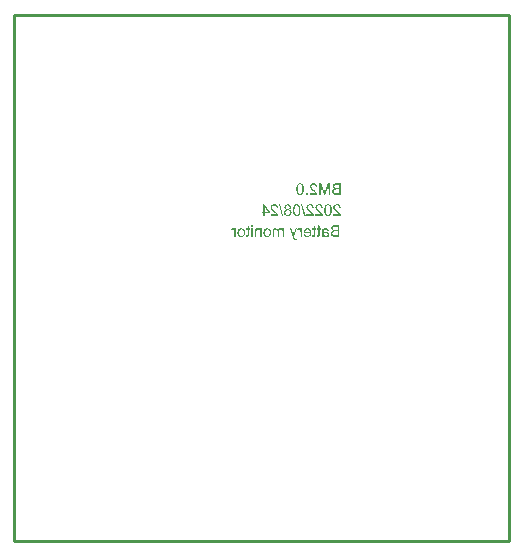
<source format=gbo>
G04*
G04 #@! TF.GenerationSoftware,Altium Limited,Altium Designer,20.0.2 (26)*
G04*
G04 Layer_Color=32896*
%FSLAX44Y44*%
%MOMM*%
G71*
G01*
G75*
%ADD14C,0.2540*%
G36*
X672973Y1132472D02*
X673211Y1132457D01*
X673657Y1132368D01*
X673850Y1132324D01*
X674043Y1132264D01*
X674206Y1132190D01*
X674355Y1132130D01*
X674489Y1132056D01*
X674608Y1131997D01*
X674712Y1131922D01*
X674801Y1131878D01*
X674860Y1131833D01*
X674905Y1131789D01*
X674934Y1131774D01*
X674949Y1131759D01*
X675098Y1131610D01*
X675217Y1131462D01*
X675440Y1131120D01*
X675603Y1130778D01*
X675722Y1130436D01*
X675811Y1130139D01*
X675826Y1130005D01*
X675856Y1129887D01*
X675871Y1129798D01*
X675885Y1129723D01*
Y1129679D01*
Y1129664D01*
X674652Y1129530D01*
X674622Y1129857D01*
X674563Y1130139D01*
X674489Y1130377D01*
X674385Y1130585D01*
X674296Y1130748D01*
X674206Y1130867D01*
X674147Y1130927D01*
X674132Y1130956D01*
X673924Y1131135D01*
X673701Y1131268D01*
X673464Y1131358D01*
X673241Y1131432D01*
X673047Y1131462D01*
X672899Y1131477D01*
X672839Y1131491D01*
X672750D01*
X672453Y1131477D01*
X672186Y1131417D01*
X671963Y1131343D01*
X671769Y1131254D01*
X671621Y1131150D01*
X671502Y1131075D01*
X671443Y1131016D01*
X671413Y1131001D01*
X671235Y1130808D01*
X671116Y1130600D01*
X671027Y1130407D01*
X670952Y1130213D01*
X670923Y1130050D01*
X670908Y1129916D01*
X670893Y1129827D01*
Y1129812D01*
Y1129798D01*
X670923Y1129545D01*
X670982Y1129277D01*
X671071Y1129040D01*
X671175Y1128817D01*
X671279Y1128624D01*
X671368Y1128475D01*
X671398Y1128416D01*
X671428Y1128371D01*
X671458Y1128356D01*
Y1128341D01*
X671576Y1128193D01*
X671710Y1128029D01*
X671859Y1127866D01*
X672037Y1127702D01*
X672394Y1127361D01*
X672750Y1127019D01*
X673077Y1126737D01*
X673226Y1126603D01*
X673360Y1126499D01*
X673464Y1126395D01*
X673538Y1126335D01*
X673597Y1126291D01*
X673612Y1126276D01*
X673969Y1125964D01*
X674296Y1125682D01*
X674563Y1125429D01*
X674786Y1125221D01*
X674964Y1125043D01*
X675083Y1124909D01*
X675157Y1124820D01*
X675187Y1124805D01*
Y1124790D01*
X675380Y1124552D01*
X675529Y1124329D01*
X675677Y1124107D01*
X675781Y1123913D01*
X675871Y1123735D01*
X675930Y1123616D01*
X675960Y1123527D01*
X675975Y1123512D01*
Y1123497D01*
X676019Y1123349D01*
X676064Y1123200D01*
X676079Y1123066D01*
X676094Y1122947D01*
X676108Y1122843D01*
Y1122754D01*
Y1122695D01*
Y1122680D01*
X669645D01*
Y1123824D01*
X674444D01*
X674281Y1124062D01*
X674117Y1124255D01*
X674043Y1124344D01*
X673984Y1124404D01*
X673954Y1124448D01*
X673939Y1124463D01*
X673865Y1124537D01*
X673790Y1124612D01*
X673597Y1124790D01*
X673360Y1124998D01*
X673137Y1125206D01*
X672914Y1125399D01*
X672735Y1125548D01*
X672661Y1125607D01*
X672602Y1125652D01*
X672572Y1125682D01*
X672557Y1125696D01*
X672319Y1125904D01*
X672111Y1126083D01*
X671903Y1126261D01*
X671725Y1126424D01*
X671562Y1126588D01*
X671413Y1126722D01*
X671264Y1126855D01*
X671145Y1126974D01*
X671041Y1127078D01*
X670952Y1127167D01*
X670819Y1127301D01*
X670744Y1127390D01*
X670715Y1127420D01*
X670521Y1127658D01*
X670343Y1127866D01*
X670209Y1128074D01*
X670105Y1128252D01*
X670016Y1128401D01*
X669957Y1128505D01*
X669927Y1128579D01*
X669912Y1128609D01*
X669823Y1128817D01*
X669764Y1129025D01*
X669719Y1129218D01*
X669689Y1129396D01*
X669674Y1129545D01*
X669660Y1129664D01*
Y1129738D01*
Y1129768D01*
X669674Y1129976D01*
X669689Y1130184D01*
X669793Y1130555D01*
X669927Y1130882D01*
X670076Y1131164D01*
X670224Y1131387D01*
X670298Y1131477D01*
X670358Y1131566D01*
X670417Y1131625D01*
X670462Y1131670D01*
X670477Y1131685D01*
X670492Y1131699D01*
X670655Y1131833D01*
X670819Y1131967D01*
X670997Y1132071D01*
X671190Y1132160D01*
X671562Y1132294D01*
X671918Y1132383D01*
X672082Y1132428D01*
X672230Y1132442D01*
X672364Y1132457D01*
X672483Y1132472D01*
X672587Y1132487D01*
X672720D01*
X672973Y1132472D01*
D02*
G37*
G36*
X686851Y1122680D02*
X685603D01*
Y1130986D01*
X682795Y1122680D01*
X681636D01*
X678783Y1130853D01*
Y1122680D01*
X677535D01*
Y1132442D01*
X679288D01*
X681621Y1125652D01*
X681740Y1125280D01*
X681859Y1124968D01*
X681948Y1124701D01*
X682007Y1124478D01*
X682067Y1124314D01*
X682111Y1124196D01*
X682126Y1124121D01*
X682141Y1124092D01*
X682201Y1124285D01*
X682275Y1124522D01*
X682349Y1124760D01*
X682423Y1124998D01*
X682498Y1125206D01*
X682557Y1125369D01*
X682572Y1125444D01*
X682587Y1125488D01*
X682602Y1125518D01*
Y1125533D01*
X684920Y1132442D01*
X686851D01*
Y1122680D01*
D02*
G37*
G36*
X695960D02*
X691904D01*
X691606Y1122710D01*
X691339Y1122725D01*
X691101Y1122754D01*
X690923Y1122784D01*
X690789Y1122799D01*
X690700Y1122829D01*
X690670D01*
X690447Y1122903D01*
X690239Y1122977D01*
X690046Y1123052D01*
X689898Y1123126D01*
X689764Y1123200D01*
X689675Y1123260D01*
X689615Y1123289D01*
X689600Y1123304D01*
X689452Y1123438D01*
X689303Y1123586D01*
X689184Y1123735D01*
X689080Y1123884D01*
X689006Y1124017D01*
X688932Y1124121D01*
X688902Y1124196D01*
X688887Y1124225D01*
X688783Y1124448D01*
X688709Y1124671D01*
X688664Y1124894D01*
X688620Y1125087D01*
X688605Y1125251D01*
X688590Y1125384D01*
Y1125473D01*
Y1125503D01*
X688605Y1125815D01*
X688664Y1126098D01*
X688738Y1126335D01*
X688828Y1126558D01*
X688932Y1126737D01*
X689006Y1126870D01*
X689065Y1126945D01*
X689080Y1126974D01*
X689273Y1127197D01*
X689496Y1127375D01*
X689719Y1127524D01*
X689942Y1127658D01*
X690135Y1127747D01*
X690299Y1127821D01*
X690358Y1127836D01*
X690403Y1127851D01*
X690433Y1127866D01*
X690447D01*
X690195Y1127999D01*
X689987Y1128148D01*
X689808Y1128282D01*
X689660Y1128430D01*
X689556Y1128549D01*
X689467Y1128653D01*
X689422Y1128713D01*
X689407Y1128743D01*
X689288Y1128951D01*
X689214Y1129173D01*
X689155Y1129367D01*
X689110Y1129545D01*
X689080Y1129708D01*
X689065Y1129827D01*
Y1129902D01*
Y1129931D01*
X689080Y1130184D01*
X689125Y1130422D01*
X689184Y1130630D01*
X689259Y1130823D01*
X689333Y1130986D01*
X689392Y1131120D01*
X689437Y1131194D01*
X689452Y1131224D01*
X689615Y1131447D01*
X689779Y1131625D01*
X689957Y1131789D01*
X690135Y1131922D01*
X690284Y1132011D01*
X690403Y1132086D01*
X690492Y1132130D01*
X690507Y1132145D01*
X690522D01*
X690789Y1132249D01*
X691086Y1132324D01*
X691383Y1132368D01*
X691666Y1132413D01*
X691918Y1132428D01*
X692022D01*
X692126Y1132442D01*
X695960D01*
Y1122680D01*
D02*
G37*
G36*
X667698D02*
X666331D01*
Y1124047D01*
X667698D01*
Y1122680D01*
D02*
G37*
G36*
X661784Y1132457D02*
X662126Y1132398D01*
X662438Y1132309D01*
X662691Y1132205D01*
X662899Y1132086D01*
X663047Y1131997D01*
X663107Y1131967D01*
X663151Y1131937D01*
X663166Y1131907D01*
X663181D01*
X663434Y1131670D01*
X663642Y1131417D01*
X663820Y1131150D01*
X663969Y1130882D01*
X664087Y1130644D01*
X664132Y1130540D01*
X664162Y1130451D01*
X664192Y1130377D01*
X664221Y1130318D01*
X664236Y1130288D01*
Y1130273D01*
X664296Y1130065D01*
X664355Y1129857D01*
X664429Y1129396D01*
X664489Y1128936D01*
X664533Y1128490D01*
X664548Y1128282D01*
X664563Y1128089D01*
Y1127925D01*
X664578Y1127777D01*
Y1127658D01*
Y1127569D01*
Y1127509D01*
Y1127494D01*
X664563Y1127004D01*
X664533Y1126528D01*
X664489Y1126112D01*
X664429Y1125711D01*
X664355Y1125355D01*
X664281Y1125028D01*
X664192Y1124731D01*
X664102Y1124478D01*
X664013Y1124240D01*
X663924Y1124047D01*
X663850Y1123884D01*
X663775Y1123750D01*
X663716Y1123646D01*
X663671Y1123571D01*
X663642Y1123527D01*
X663627Y1123512D01*
X663463Y1123334D01*
X663300Y1123185D01*
X663122Y1123052D01*
X662928Y1122933D01*
X662750Y1122843D01*
X662557Y1122754D01*
X662200Y1122635D01*
X662037Y1122606D01*
X661888Y1122576D01*
X661755Y1122546D01*
X661636Y1122531D01*
X661532Y1122517D01*
X661398D01*
X661012Y1122546D01*
X660670Y1122606D01*
X660373Y1122695D01*
X660105Y1122799D01*
X659912Y1122903D01*
X659749Y1122992D01*
X659704Y1123037D01*
X659660Y1123052D01*
X659645Y1123081D01*
X659630D01*
X659377Y1123319D01*
X659169Y1123586D01*
X658991Y1123854D01*
X658842Y1124121D01*
X658723Y1124359D01*
X658679Y1124448D01*
X658634Y1124537D01*
X658605Y1124612D01*
X658590Y1124671D01*
X658575Y1124701D01*
Y1124716D01*
X658515Y1124924D01*
X658456Y1125132D01*
X658367Y1125592D01*
X658307Y1126053D01*
X658263Y1126499D01*
X658248Y1126707D01*
X658233Y1126900D01*
Y1127063D01*
X658218Y1127212D01*
Y1127331D01*
Y1127420D01*
Y1127479D01*
Y1127494D01*
X658233Y1128014D01*
Y1128237D01*
X658248Y1128460D01*
X658263Y1128668D01*
X658292Y1128861D01*
X658307Y1129025D01*
X658322Y1129188D01*
X658352Y1129322D01*
X658367Y1129456D01*
X658382Y1129560D01*
X658411Y1129634D01*
X658426Y1129708D01*
Y1129753D01*
X658441Y1129783D01*
Y1129798D01*
X658530Y1130109D01*
X658634Y1130392D01*
X658738Y1130644D01*
X658827Y1130853D01*
X658916Y1131016D01*
X658991Y1131150D01*
X659035Y1131224D01*
X659050Y1131254D01*
X659199Y1131462D01*
X659362Y1131640D01*
X659526Y1131803D01*
X659674Y1131937D01*
X659823Y1132026D01*
X659927Y1132101D01*
X660001Y1132145D01*
X660031Y1132160D01*
X660254Y1132264D01*
X660492Y1132353D01*
X660729Y1132413D01*
X660937Y1132442D01*
X661116Y1132472D01*
X661264Y1132487D01*
X661398D01*
X661784Y1132457D01*
D02*
G37*
G36*
X621301Y1095515D02*
X620098D01*
Y1096882D01*
X621301D01*
Y1095515D01*
D02*
G37*
G36*
X644853Y1094342D02*
X645106Y1094312D01*
X645313Y1094252D01*
X645507Y1094193D01*
X645655Y1094133D01*
X645774Y1094074D01*
X645848Y1094044D01*
X645878Y1094029D01*
X646071Y1093911D01*
X646250Y1093762D01*
X646398Y1093628D01*
X646517Y1093494D01*
X646621Y1093376D01*
X646695Y1093287D01*
X646740Y1093227D01*
X646755Y1093197D01*
Y1094193D01*
X647825D01*
Y1087120D01*
X646621D01*
Y1090790D01*
X646606Y1091132D01*
X646591Y1091429D01*
X646562Y1091682D01*
X646517Y1091890D01*
X646487Y1092053D01*
X646458Y1092172D01*
X646443Y1092232D01*
X646428Y1092261D01*
X646339Y1092439D01*
X646250Y1092603D01*
X646146Y1092737D01*
X646042Y1092856D01*
X645953Y1092930D01*
X645878Y1093004D01*
X645819Y1093034D01*
X645804Y1093049D01*
X645640Y1093138D01*
X645477Y1093197D01*
X645313Y1093257D01*
X645180Y1093287D01*
X645046Y1093301D01*
X644957Y1093316D01*
X644868D01*
X644630Y1093301D01*
X644437Y1093257D01*
X644273Y1093183D01*
X644140Y1093123D01*
X644036Y1093049D01*
X643976Y1092974D01*
X643932Y1092930D01*
X643917Y1092915D01*
X643813Y1092752D01*
X643738Y1092558D01*
X643694Y1092365D01*
X643649Y1092157D01*
X643634Y1091994D01*
X643620Y1091845D01*
Y1091786D01*
Y1091741D01*
Y1091726D01*
Y1091711D01*
Y1087120D01*
X642416D01*
Y1091221D01*
X642401Y1091607D01*
X642342Y1091934D01*
X642267Y1092202D01*
X642163Y1092425D01*
X642074Y1092603D01*
X642000Y1092722D01*
X641941Y1092781D01*
X641926Y1092811D01*
X641732Y1092974D01*
X641510Y1093108D01*
X641302Y1093197D01*
X641108Y1093257D01*
X640945Y1093287D01*
X640796Y1093316D01*
X640677D01*
X640529Y1093301D01*
X640395Y1093287D01*
X640262Y1093257D01*
X640157Y1093227D01*
X640083Y1093183D01*
X640024Y1093153D01*
X639979Y1093138D01*
X639964Y1093123D01*
X639860Y1093049D01*
X639771Y1092960D01*
X639697Y1092870D01*
X639637Y1092796D01*
X639593Y1092722D01*
X639563Y1092662D01*
X639533Y1092618D01*
Y1092603D01*
X639489Y1092469D01*
X639459Y1092306D01*
X639429Y1091964D01*
X639414Y1091815D01*
Y1091682D01*
Y1091593D01*
Y1091578D01*
Y1091563D01*
Y1087120D01*
X638211D01*
Y1091964D01*
Y1092187D01*
X638241Y1092395D01*
X638300Y1092766D01*
X638389Y1093064D01*
X638493Y1093316D01*
X638612Y1093509D01*
X638701Y1093658D01*
X638761Y1093732D01*
X638790Y1093762D01*
X639028Y1093955D01*
X639281Y1094104D01*
X639548Y1094208D01*
X639816Y1094282D01*
X640039Y1094327D01*
X640143Y1094342D01*
X640232D01*
X640306Y1094356D01*
X640410D01*
X640663Y1094342D01*
X640886Y1094297D01*
X641108Y1094238D01*
X641317Y1094163D01*
X641703Y1093955D01*
X641866Y1093851D01*
X642015Y1093732D01*
X642149Y1093613D01*
X642267Y1093509D01*
X642372Y1093405D01*
X642461Y1093301D01*
X642520Y1093227D01*
X642565Y1093168D01*
X642594Y1093123D01*
X642609Y1093108D01*
X642698Y1093316D01*
X642802Y1093509D01*
X642921Y1093658D01*
X643040Y1093792D01*
X643144Y1093896D01*
X643233Y1093970D01*
X643293Y1094015D01*
X643322Y1094029D01*
X643516Y1094133D01*
X643724Y1094223D01*
X643947Y1094282D01*
X644140Y1094312D01*
X644318Y1094342D01*
X644467Y1094356D01*
X644600D01*
X644853Y1094342D01*
D02*
G37*
G36*
X683040D02*
X683353Y1094312D01*
X683620Y1094282D01*
X683858Y1094238D01*
X684051Y1094178D01*
X684200Y1094148D01*
X684244Y1094133D01*
X684289Y1094119D01*
X684304Y1094104D01*
X684318D01*
X684556Y1094000D01*
X684764Y1093881D01*
X684957Y1093762D01*
X685106Y1093658D01*
X685225Y1093554D01*
X685299Y1093465D01*
X685359Y1093405D01*
X685373Y1093391D01*
X685507Y1093212D01*
X685611Y1093004D01*
X685700Y1092811D01*
X685775Y1092618D01*
X685819Y1092439D01*
X685864Y1092306D01*
X685879Y1092217D01*
X685893Y1092202D01*
Y1092187D01*
X684720Y1092023D01*
X684645Y1092276D01*
X684541Y1092499D01*
X684452Y1092677D01*
X684348Y1092826D01*
X684259Y1092930D01*
X684185Y1093004D01*
X684140Y1093049D01*
X684125Y1093064D01*
X683962Y1093168D01*
X683754Y1093242D01*
X683561Y1093287D01*
X683353Y1093331D01*
X683159Y1093346D01*
X683011Y1093361D01*
X682877D01*
X682565Y1093346D01*
X682283Y1093301D01*
X682045Y1093227D01*
X681852Y1093153D01*
X681703Y1093079D01*
X681599Y1093004D01*
X681525Y1092960D01*
X681510Y1092945D01*
X681391Y1092811D01*
X681317Y1092662D01*
X681257Y1092484D01*
X681213Y1092321D01*
X681183Y1092172D01*
X681168Y1092038D01*
Y1091949D01*
Y1091934D01*
Y1091919D01*
Y1091890D01*
Y1091845D01*
Y1091741D01*
X681183Y1091652D01*
Y1091622D01*
Y1091607D01*
X681317Y1091563D01*
X681466Y1091518D01*
X681807Y1091429D01*
X682164Y1091370D01*
X682506Y1091310D01*
X682832Y1091251D01*
X682966Y1091236D01*
X683085Y1091221D01*
X683189Y1091206D01*
X683263D01*
X683308Y1091191D01*
X683323D01*
X683576Y1091162D01*
X683783Y1091132D01*
X683977Y1091102D01*
X684125Y1091072D01*
X684244Y1091043D01*
X684318Y1091028D01*
X684378Y1091013D01*
X684393D01*
X684571Y1090954D01*
X684734Y1090894D01*
X684868Y1090835D01*
X685002Y1090760D01*
X685106Y1090701D01*
X685180Y1090656D01*
X685240Y1090627D01*
X685255Y1090612D01*
X685388Y1090508D01*
X685507Y1090404D01*
X685626Y1090285D01*
X685715Y1090181D01*
X685789Y1090077D01*
X685834Y1090003D01*
X685864Y1089943D01*
X685879Y1089928D01*
X685953Y1089765D01*
X686012Y1089602D01*
X686042Y1089438D01*
X686072Y1089289D01*
X686087Y1089171D01*
X686102Y1089066D01*
Y1089007D01*
Y1088977D01*
X686072Y1088665D01*
X685997Y1088368D01*
X685908Y1088130D01*
X685789Y1087922D01*
X685671Y1087744D01*
X685581Y1087625D01*
X685507Y1087551D01*
X685477Y1087521D01*
X685225Y1087328D01*
X684928Y1087194D01*
X684645Y1087090D01*
X684348Y1087031D01*
X684096Y1086986D01*
X683977Y1086971D01*
X683887D01*
X683798Y1086957D01*
X683694D01*
X683427Y1086971D01*
X683189Y1087001D01*
X682966Y1087031D01*
X682758Y1087075D01*
X682595Y1087120D01*
X682476Y1087165D01*
X682402Y1087179D01*
X682372Y1087194D01*
X682134Y1087298D01*
X681911Y1087417D01*
X681688Y1087551D01*
X681495Y1087700D01*
X681317Y1087818D01*
X681198Y1087922D01*
X681109Y1087982D01*
X681079Y1088011D01*
X681049Y1087818D01*
X681020Y1087655D01*
X680990Y1087506D01*
X680945Y1087373D01*
X680901Y1087269D01*
X680871Y1087179D01*
X680856Y1087135D01*
X680841Y1087120D01*
X679593D01*
X679727Y1087417D01*
X679786Y1087566D01*
X679831Y1087685D01*
X679861Y1087789D01*
X679876Y1087878D01*
X679890Y1087937D01*
Y1087952D01*
X679905Y1088056D01*
X679920Y1088175D01*
Y1088309D01*
X679935Y1088472D01*
X679950Y1088814D01*
Y1089185D01*
X679965Y1089527D01*
Y1089676D01*
Y1089809D01*
Y1089913D01*
Y1090003D01*
Y1090062D01*
Y1090077D01*
Y1091682D01*
Y1091964D01*
X679980Y1092187D01*
X679994Y1092380D01*
Y1092529D01*
X680009Y1092647D01*
X680024Y1092722D01*
X680039Y1092766D01*
Y1092781D01*
X680084Y1092960D01*
X680143Y1093123D01*
X680202Y1093257D01*
X680262Y1093376D01*
X680321Y1093480D01*
X680366Y1093539D01*
X680396Y1093584D01*
X680411Y1093598D01*
X680529Y1093717D01*
X680648Y1093821D01*
X680797Y1093911D01*
X680931Y1093985D01*
X681049Y1094044D01*
X681153Y1094104D01*
X681213Y1094119D01*
X681243Y1094133D01*
X681466Y1094208D01*
X681703Y1094267D01*
X681956Y1094297D01*
X682194Y1094327D01*
X682402Y1094342D01*
X682565Y1094356D01*
X682714D01*
X683040Y1094342D01*
D02*
G37*
G36*
X656413Y1087105D02*
X656458Y1086971D01*
X656502Y1086882D01*
X656517Y1086823D01*
X656532Y1086808D01*
X656621Y1086570D01*
X656695Y1086362D01*
X656755Y1086214D01*
X656799Y1086095D01*
X656844Y1086006D01*
X656874Y1085961D01*
X656889Y1085931D01*
Y1085916D01*
X657022Y1085753D01*
X657156Y1085634D01*
X657201Y1085590D01*
X657245Y1085560D01*
X657275Y1085530D01*
X657290D01*
X657379Y1085486D01*
X657483Y1085456D01*
X657691Y1085411D01*
X657795D01*
X657855Y1085396D01*
X657929D01*
X658167Y1085411D01*
X658375Y1085456D01*
X658479Y1085486D01*
X658553Y1085500D01*
X658597Y1085515D01*
X658612D01*
X658479Y1084401D01*
X658181Y1084312D01*
X658048Y1084282D01*
X657929Y1084267D01*
X657840D01*
X657765Y1084252D01*
X657706D01*
X657498Y1084267D01*
X657320Y1084297D01*
X657141Y1084341D01*
X657008Y1084401D01*
X656889Y1084445D01*
X656799Y1084490D01*
X656740Y1084520D01*
X656725Y1084535D01*
X656577Y1084653D01*
X656428Y1084787D01*
X656309Y1084936D01*
X656190Y1085070D01*
X656101Y1085203D01*
X656042Y1085307D01*
X655997Y1085367D01*
X655982Y1085396D01*
X655938Y1085486D01*
X655878Y1085590D01*
X655774Y1085842D01*
X655670Y1086095D01*
X655551Y1086362D01*
X655462Y1086615D01*
X655418Y1086719D01*
X655388Y1086808D01*
X655358Y1086897D01*
X655329Y1086957D01*
X655314Y1086986D01*
Y1087001D01*
X652639Y1094193D01*
X653828D01*
X655343Y1090062D01*
X655447Y1089765D01*
X655536Y1089483D01*
X655626Y1089215D01*
X655700Y1088977D01*
X655759Y1088784D01*
X655789Y1088621D01*
X655819Y1088561D01*
Y1088517D01*
X655834Y1088502D01*
Y1088487D01*
X655923Y1088799D01*
X656012Y1089096D01*
X656101Y1089379D01*
X656176Y1089616D01*
X656250Y1089824D01*
X656309Y1089988D01*
X656324Y1090047D01*
X656339Y1090092D01*
X656354Y1090107D01*
Y1090122D01*
X657825Y1094193D01*
X659103D01*
X656413Y1087105D01*
D02*
G37*
G36*
X677914Y1095931D02*
Y1094193D01*
X678806D01*
Y1093257D01*
X677914D01*
Y1089185D01*
Y1088992D01*
Y1088814D01*
X677899Y1088651D01*
Y1088502D01*
X677885Y1088368D01*
X677870Y1088264D01*
X677840Y1088071D01*
X677825Y1087922D01*
X677795Y1087833D01*
X677781Y1087774D01*
Y1087759D01*
X677721Y1087640D01*
X677632Y1087536D01*
X677558Y1087447D01*
X677468Y1087373D01*
X677394Y1087313D01*
X677335Y1087269D01*
X677290Y1087239D01*
X677275Y1087224D01*
X677127Y1087165D01*
X676963Y1087120D01*
X676785Y1087075D01*
X676621Y1087061D01*
X676473Y1087046D01*
X676354Y1087031D01*
X676250D01*
X675938Y1087046D01*
X675789Y1087061D01*
X675656Y1087090D01*
X675522Y1087105D01*
X675433Y1087120D01*
X675373Y1087135D01*
X675344D01*
X675507Y1088190D01*
X675730Y1088160D01*
X675819D01*
X675893Y1088145D01*
X676042D01*
X676220Y1088160D01*
X676354Y1088190D01*
X676428Y1088205D01*
X676458Y1088220D01*
X676547Y1088294D01*
X676607Y1088368D01*
X676636Y1088428D01*
X676651Y1088457D01*
X676666Y1088532D01*
X676681Y1088621D01*
X676696Y1088844D01*
X676711Y1088948D01*
Y1089037D01*
Y1089096D01*
Y1089111D01*
Y1093257D01*
X675507D01*
Y1094193D01*
X676711D01*
Y1096659D01*
X677914Y1095931D01*
D02*
G37*
G36*
X674125D02*
Y1094193D01*
X675017D01*
Y1093257D01*
X674125D01*
Y1089185D01*
Y1088992D01*
Y1088814D01*
X674110Y1088651D01*
Y1088502D01*
X674095Y1088368D01*
X674081Y1088264D01*
X674051Y1088071D01*
X674036Y1087922D01*
X674006Y1087833D01*
X673991Y1087774D01*
Y1087759D01*
X673932Y1087640D01*
X673843Y1087536D01*
X673768Y1087447D01*
X673679Y1087373D01*
X673605Y1087313D01*
X673546Y1087269D01*
X673501Y1087239D01*
X673486Y1087224D01*
X673338Y1087165D01*
X673174Y1087120D01*
X672996Y1087075D01*
X672832Y1087061D01*
X672684Y1087046D01*
X672565Y1087031D01*
X672461D01*
X672149Y1087046D01*
X672000Y1087061D01*
X671867Y1087090D01*
X671733Y1087105D01*
X671644Y1087120D01*
X671584Y1087135D01*
X671554D01*
X671718Y1088190D01*
X671941Y1088160D01*
X672030D01*
X672104Y1088145D01*
X672253D01*
X672431Y1088160D01*
X672565Y1088190D01*
X672639Y1088205D01*
X672669Y1088220D01*
X672758Y1088294D01*
X672818Y1088368D01*
X672847Y1088428D01*
X672862Y1088457D01*
X672877Y1088532D01*
X672892Y1088621D01*
X672907Y1088844D01*
X672922Y1088948D01*
Y1089037D01*
Y1089096D01*
Y1089111D01*
Y1093257D01*
X671718D01*
Y1094193D01*
X672922D01*
Y1096659D01*
X674125Y1095931D01*
D02*
G37*
G36*
X618077D02*
Y1094193D01*
X618969D01*
Y1093257D01*
X618077D01*
Y1089185D01*
Y1088992D01*
Y1088814D01*
X618062Y1088651D01*
Y1088502D01*
X618047Y1088368D01*
X618032Y1088264D01*
X618003Y1088071D01*
X617988Y1087922D01*
X617958Y1087833D01*
X617943Y1087774D01*
Y1087759D01*
X617884Y1087640D01*
X617795Y1087536D01*
X617720Y1087447D01*
X617631Y1087373D01*
X617557Y1087313D01*
X617497Y1087269D01*
X617453Y1087239D01*
X617438Y1087224D01*
X617290Y1087165D01*
X617126Y1087120D01*
X616948Y1087075D01*
X616784Y1087061D01*
X616636Y1087046D01*
X616517Y1087031D01*
X616413D01*
X616101Y1087046D01*
X615952Y1087061D01*
X615818Y1087090D01*
X615685Y1087105D01*
X615596Y1087120D01*
X615536Y1087135D01*
X615506D01*
X615670Y1088190D01*
X615893Y1088160D01*
X615982D01*
X616056Y1088145D01*
X616205D01*
X616383Y1088160D01*
X616517Y1088190D01*
X616591Y1088205D01*
X616621Y1088220D01*
X616710Y1088294D01*
X616769Y1088368D01*
X616799Y1088428D01*
X616814Y1088457D01*
X616829Y1088532D01*
X616844Y1088621D01*
X616859Y1088844D01*
X616873Y1088948D01*
Y1089037D01*
Y1089096D01*
Y1089111D01*
Y1093257D01*
X615670D01*
Y1094193D01*
X616873D01*
Y1096659D01*
X618077Y1095931D01*
D02*
G37*
G36*
X667914Y1094342D02*
X668167Y1094312D01*
X668404Y1094267D01*
X668627Y1094208D01*
X668850Y1094119D01*
X669043Y1094044D01*
X669222Y1093955D01*
X669385Y1093866D01*
X669534Y1093762D01*
X669653Y1093673D01*
X669771Y1093598D01*
X669861Y1093524D01*
X669935Y1093450D01*
X669979Y1093405D01*
X670009Y1093376D01*
X670024Y1093361D01*
X670188Y1093168D01*
X670321Y1092960D01*
X670440Y1092737D01*
X670544Y1092514D01*
X670633Y1092276D01*
X670708Y1092053D01*
X670812Y1091607D01*
X670856Y1091399D01*
X670886Y1091206D01*
X670901Y1091028D01*
X670916Y1090879D01*
X670930Y1090760D01*
Y1090656D01*
Y1090597D01*
Y1090582D01*
X670916Y1090270D01*
X670886Y1089973D01*
X670841Y1089691D01*
X670782Y1089438D01*
X670722Y1089200D01*
X670648Y1088977D01*
X670559Y1088784D01*
X670470Y1088606D01*
X670396Y1088443D01*
X670306Y1088294D01*
X670232Y1088175D01*
X670158Y1088086D01*
X670113Y1088011D01*
X670069Y1087952D01*
X670039Y1087922D01*
X670024Y1087907D01*
X669846Y1087744D01*
X669653Y1087596D01*
X669459Y1087462D01*
X669251Y1087358D01*
X669058Y1087269D01*
X668850Y1087194D01*
X668464Y1087075D01*
X668271Y1087031D01*
X668107Y1087001D01*
X667959Y1086986D01*
X667825Y1086971D01*
X667721Y1086957D01*
X667572D01*
X667127Y1086986D01*
X666740Y1087046D01*
X666384Y1087150D01*
X666101Y1087254D01*
X665968Y1087313D01*
X665863Y1087358D01*
X665774Y1087417D01*
X665700Y1087462D01*
X665626Y1087492D01*
X665581Y1087521D01*
X665566Y1087551D01*
X665552D01*
X665284Y1087789D01*
X665046Y1088071D01*
X664868Y1088353D01*
X664719Y1088621D01*
X664601Y1088873D01*
X664556Y1088977D01*
X664526Y1089066D01*
X664497Y1089141D01*
X664482Y1089200D01*
X664467Y1089230D01*
Y1089245D01*
X665700Y1089408D01*
X665819Y1089141D01*
X665938Y1088903D01*
X666057Y1088710D01*
X666176Y1088561D01*
X666280Y1088428D01*
X666369Y1088353D01*
X666428Y1088294D01*
X666443Y1088279D01*
X666621Y1088160D01*
X666814Y1088086D01*
X667008Y1088026D01*
X667186Y1087982D01*
X667335Y1087952D01*
X667454Y1087937D01*
X667572D01*
X667884Y1087967D01*
X668167Y1088026D01*
X668419Y1088130D01*
X668642Y1088249D01*
X668806Y1088353D01*
X668939Y1088457D01*
X669014Y1088517D01*
X669043Y1088547D01*
X669237Y1088799D01*
X669400Y1089096D01*
X669504Y1089393D01*
X669593Y1089676D01*
X669653Y1089943D01*
X669667Y1090047D01*
X669682Y1090151D01*
Y1090226D01*
X669697Y1090300D01*
Y1090330D01*
Y1090344D01*
X664437D01*
X664422Y1090478D01*
Y1090582D01*
Y1090642D01*
Y1090656D01*
X664437Y1090983D01*
X664467Y1091281D01*
X664511Y1091563D01*
X664556Y1091815D01*
X664630Y1092068D01*
X664705Y1092291D01*
X664794Y1092484D01*
X664868Y1092677D01*
X664957Y1092841D01*
X665046Y1092974D01*
X665121Y1093093D01*
X665180Y1093197D01*
X665239Y1093272D01*
X665284Y1093331D01*
X665314Y1093361D01*
X665329Y1093376D01*
X665507Y1093554D01*
X665685Y1093702D01*
X665878Y1093836D01*
X666072Y1093940D01*
X666265Y1094044D01*
X666458Y1094119D01*
X666814Y1094238D01*
X666993Y1094282D01*
X667141Y1094312D01*
X667290Y1094327D01*
X667409Y1094342D01*
X667513Y1094356D01*
X667647D01*
X667914Y1094342D01*
D02*
G37*
G36*
X694690Y1087120D02*
X690633D01*
X690336Y1087150D01*
X690069Y1087165D01*
X689831Y1087194D01*
X689653Y1087224D01*
X689519Y1087239D01*
X689430Y1087269D01*
X689400D01*
X689177Y1087343D01*
X688969Y1087417D01*
X688776Y1087492D01*
X688627Y1087566D01*
X688494Y1087640D01*
X688405Y1087700D01*
X688345Y1087729D01*
X688330Y1087744D01*
X688182Y1087878D01*
X688033Y1088026D01*
X687914Y1088175D01*
X687810Y1088324D01*
X687736Y1088457D01*
X687662Y1088561D01*
X687632Y1088636D01*
X687617Y1088665D01*
X687513Y1088888D01*
X687439Y1089111D01*
X687394Y1089334D01*
X687350Y1089527D01*
X687335Y1089691D01*
X687320Y1089824D01*
Y1089913D01*
Y1089943D01*
X687335Y1090255D01*
X687394Y1090538D01*
X687468Y1090775D01*
X687558Y1090998D01*
X687662Y1091177D01*
X687736Y1091310D01*
X687795Y1091385D01*
X687810Y1091414D01*
X688003Y1091637D01*
X688226Y1091815D01*
X688449Y1091964D01*
X688672Y1092098D01*
X688865Y1092187D01*
X689029Y1092261D01*
X689088Y1092276D01*
X689133Y1092291D01*
X689163Y1092306D01*
X689177D01*
X688925Y1092439D01*
X688717Y1092588D01*
X688538Y1092722D01*
X688390Y1092870D01*
X688286Y1092989D01*
X688197Y1093093D01*
X688152Y1093153D01*
X688137Y1093183D01*
X688018Y1093391D01*
X687944Y1093613D01*
X687885Y1093807D01*
X687840Y1093985D01*
X687810Y1094148D01*
X687795Y1094267D01*
Y1094342D01*
Y1094371D01*
X687810Y1094624D01*
X687855Y1094862D01*
X687914Y1095070D01*
X687989Y1095263D01*
X688063Y1095426D01*
X688122Y1095560D01*
X688167Y1095634D01*
X688182Y1095664D01*
X688345Y1095887D01*
X688509Y1096065D01*
X688687Y1096229D01*
X688865Y1096362D01*
X689014Y1096451D01*
X689133Y1096526D01*
X689222Y1096570D01*
X689237Y1096585D01*
X689252D01*
X689519Y1096689D01*
X689816Y1096764D01*
X690113Y1096808D01*
X690396Y1096853D01*
X690648Y1096868D01*
X690752D01*
X690856Y1096882D01*
X694690D01*
Y1087120D01*
D02*
G37*
G36*
X660514Y1094342D02*
X660663Y1094312D01*
X660797Y1094282D01*
X660901Y1094238D01*
X661005Y1094178D01*
X661079Y1094148D01*
X661124Y1094119D01*
X661138Y1094104D01*
X661272Y1094000D01*
X661391Y1093851D01*
X661525Y1093688D01*
X661644Y1093524D01*
X661733Y1093376D01*
X661807Y1093242D01*
X661867Y1093153D01*
X661881Y1093138D01*
Y1094193D01*
X662966D01*
Y1087120D01*
X661762D01*
Y1090820D01*
X661748Y1091102D01*
X661733Y1091355D01*
X661703Y1091593D01*
X661658Y1091801D01*
X661629Y1091979D01*
X661599Y1092113D01*
X661584Y1092187D01*
X661569Y1092217D01*
X661510Y1092365D01*
X661450Y1092499D01*
X661376Y1092618D01*
X661302Y1092707D01*
X661242Y1092781D01*
X661183Y1092841D01*
X661153Y1092870D01*
X661138Y1092885D01*
X661020Y1092960D01*
X660901Y1093019D01*
X660782Y1093064D01*
X660678Y1093093D01*
X660574Y1093108D01*
X660499Y1093123D01*
X660440D01*
X660277Y1093108D01*
X660113Y1093079D01*
X659965Y1093034D01*
X659831Y1092989D01*
X659727Y1092945D01*
X659638Y1092900D01*
X659578Y1092870D01*
X659563Y1092856D01*
X659132Y1093955D01*
X659370Y1094089D01*
X659593Y1094193D01*
X659801Y1094252D01*
X659979Y1094312D01*
X660143Y1094342D01*
X660262Y1094356D01*
X660366D01*
X660514Y1094342D01*
D02*
G37*
G36*
X625833D02*
X626086Y1094312D01*
X626324Y1094252D01*
X626532Y1094178D01*
X626740Y1094089D01*
X626918Y1093985D01*
X627081Y1093881D01*
X627245Y1093777D01*
X627379Y1093658D01*
X627483Y1093554D01*
X627587Y1093450D01*
X627661Y1093361D01*
X627735Y1093287D01*
X627780Y1093227D01*
X627795Y1093197D01*
X627810Y1093183D01*
Y1094193D01*
X628894D01*
Y1087120D01*
X627691D01*
Y1090983D01*
Y1091221D01*
X627661Y1091444D01*
X627646Y1091652D01*
X627602Y1091845D01*
X627557Y1092009D01*
X627513Y1092157D01*
X627468Y1092291D01*
X627408Y1092410D01*
X627364Y1092514D01*
X627319Y1092603D01*
X627230Y1092722D01*
X627171Y1092796D01*
X627141Y1092826D01*
X626933Y1092989D01*
X626695Y1093108D01*
X626487Y1093197D01*
X626279Y1093257D01*
X626086Y1093287D01*
X625952Y1093316D01*
X625818D01*
X625640Y1093301D01*
X625492Y1093287D01*
X625343Y1093242D01*
X625224Y1093212D01*
X625120Y1093168D01*
X625046Y1093123D01*
X625001Y1093108D01*
X624986Y1093093D01*
X624868Y1093004D01*
X624763Y1092900D01*
X624674Y1092811D01*
X624600Y1092707D01*
X624556Y1092633D01*
X624526Y1092558D01*
X624496Y1092514D01*
Y1092499D01*
X624451Y1092350D01*
X624407Y1092187D01*
X624377Y1091994D01*
X624362Y1091830D01*
X624347Y1091667D01*
Y1091533D01*
Y1091444D01*
Y1091429D01*
Y1091414D01*
Y1087120D01*
X623144D01*
Y1091459D01*
Y1091756D01*
X623159Y1091994D01*
X623174Y1092202D01*
Y1092365D01*
X623189Y1092484D01*
X623203Y1092573D01*
X623218Y1092618D01*
Y1092633D01*
X623263Y1092811D01*
X623322Y1092989D01*
X623382Y1093138D01*
X623441Y1093257D01*
X623501Y1093361D01*
X623545Y1093450D01*
X623575Y1093494D01*
X623590Y1093509D01*
X623694Y1093643D01*
X623827Y1093762D01*
X623961Y1093866D01*
X624095Y1093955D01*
X624214Y1094029D01*
X624303Y1094074D01*
X624362Y1094104D01*
X624392Y1094119D01*
X624600Y1094193D01*
X624793Y1094252D01*
X625001Y1094297D01*
X625180Y1094327D01*
X625328Y1094342D01*
X625462Y1094356D01*
X625566D01*
X625833Y1094342D01*
D02*
G37*
G36*
X621301Y1087120D02*
X620098D01*
Y1094193D01*
X621301D01*
Y1087120D01*
D02*
G37*
G36*
X604466Y1094342D02*
X604615Y1094312D01*
X604748Y1094282D01*
X604852Y1094238D01*
X604957Y1094178D01*
X605031Y1094148D01*
X605075Y1094119D01*
X605090Y1094104D01*
X605224Y1094000D01*
X605343Y1093851D01*
X605477Y1093688D01*
X605595Y1093524D01*
X605685Y1093376D01*
X605759Y1093242D01*
X605818Y1093153D01*
X605833Y1093138D01*
Y1094193D01*
X606918D01*
Y1087120D01*
X605714D01*
Y1090820D01*
X605699Y1091102D01*
X605685Y1091355D01*
X605655Y1091593D01*
X605610Y1091801D01*
X605581Y1091979D01*
X605551Y1092113D01*
X605536Y1092187D01*
X605521Y1092217D01*
X605462Y1092365D01*
X605402Y1092499D01*
X605328Y1092618D01*
X605254Y1092707D01*
X605194Y1092781D01*
X605135Y1092841D01*
X605105Y1092870D01*
X605090Y1092885D01*
X604971Y1092960D01*
X604852Y1093019D01*
X604734Y1093064D01*
X604630Y1093093D01*
X604526Y1093108D01*
X604451Y1093123D01*
X604392D01*
X604228Y1093108D01*
X604065Y1093079D01*
X603916Y1093034D01*
X603783Y1092989D01*
X603679Y1092945D01*
X603590Y1092900D01*
X603530Y1092870D01*
X603515Y1092856D01*
X603084Y1093955D01*
X603322Y1094089D01*
X603545Y1094193D01*
X603753Y1094252D01*
X603931Y1094312D01*
X604095Y1094342D01*
X604213Y1094356D01*
X604318D01*
X604466Y1094342D01*
D02*
G37*
G36*
X633842D02*
X634080Y1094327D01*
X634511Y1094238D01*
X634897Y1094104D01*
X635061Y1094029D01*
X635209Y1093970D01*
X635358Y1093896D01*
X635477Y1093821D01*
X635581Y1093747D01*
X635670Y1093688D01*
X635744Y1093643D01*
X635789Y1093598D01*
X635819Y1093584D01*
X635834Y1093569D01*
X636027Y1093376D01*
X636190Y1093168D01*
X636339Y1092945D01*
X636458Y1092707D01*
X636562Y1092469D01*
X636651Y1092232D01*
X636725Y1091994D01*
X636785Y1091756D01*
X636829Y1091533D01*
X636859Y1091325D01*
X636889Y1091147D01*
X636903Y1090983D01*
Y1090850D01*
X636918Y1090746D01*
Y1090686D01*
Y1090656D01*
X636903Y1090330D01*
X636874Y1090017D01*
X636829Y1089735D01*
X636770Y1089468D01*
X636710Y1089230D01*
X636636Y1088992D01*
X636547Y1088799D01*
X636458Y1088606D01*
X636383Y1088443D01*
X636294Y1088309D01*
X636220Y1088190D01*
X636146Y1088086D01*
X636101Y1088011D01*
X636056Y1087952D01*
X636027Y1087922D01*
X636012Y1087907D01*
X635834Y1087744D01*
X635640Y1087596D01*
X635447Y1087462D01*
X635239Y1087358D01*
X635046Y1087269D01*
X634838Y1087194D01*
X634467Y1087075D01*
X634288Y1087031D01*
X634125Y1087001D01*
X633976Y1086986D01*
X633857Y1086971D01*
X633753Y1086957D01*
X633605D01*
X633263Y1086971D01*
X632951Y1087031D01*
X632668Y1087090D01*
X632416Y1087179D01*
X632208Y1087254D01*
X632044Y1087328D01*
X631985Y1087343D01*
X631940Y1087373D01*
X631926Y1087387D01*
X631911D01*
X631628Y1087566D01*
X631391Y1087759D01*
X631183Y1087952D01*
X631019Y1088145D01*
X630886Y1088324D01*
X630781Y1088457D01*
X630722Y1088561D01*
X630707Y1088576D01*
Y1088591D01*
X630573Y1088903D01*
X630469Y1089260D01*
X630395Y1089616D01*
X630336Y1089958D01*
X630321Y1090122D01*
X630306Y1090270D01*
Y1090404D01*
X630291Y1090523D01*
Y1090612D01*
Y1090686D01*
Y1090731D01*
Y1090746D01*
X630306Y1091058D01*
X630336Y1091340D01*
X630380Y1091622D01*
X630440Y1091875D01*
X630514Y1092113D01*
X630588Y1092321D01*
X630677Y1092529D01*
X630752Y1092707D01*
X630841Y1092856D01*
X630930Y1093004D01*
X631004Y1093123D01*
X631079Y1093212D01*
X631138Y1093287D01*
X631183Y1093346D01*
X631212Y1093376D01*
X631227Y1093391D01*
X631405Y1093554D01*
X631599Y1093702D01*
X631792Y1093836D01*
X631985Y1093955D01*
X632193Y1094044D01*
X632386Y1094119D01*
X632758Y1094238D01*
X632936Y1094282D01*
X633099Y1094312D01*
X633233Y1094327D01*
X633367Y1094342D01*
X633471Y1094356D01*
X633605D01*
X633842Y1094342D01*
D02*
G37*
G36*
X611866D02*
X612104Y1094327D01*
X612535Y1094238D01*
X612921Y1094104D01*
X613084Y1094029D01*
X613233Y1093970D01*
X613382Y1093896D01*
X613500Y1093821D01*
X613604Y1093747D01*
X613694Y1093688D01*
X613768Y1093643D01*
X613812Y1093598D01*
X613842Y1093584D01*
X613857Y1093569D01*
X614050Y1093376D01*
X614214Y1093168D01*
X614362Y1092945D01*
X614481Y1092707D01*
X614585Y1092469D01*
X614674Y1092232D01*
X614749Y1091994D01*
X614808Y1091756D01*
X614853Y1091533D01*
X614882Y1091325D01*
X614912Y1091147D01*
X614927Y1090983D01*
Y1090850D01*
X614942Y1090746D01*
Y1090686D01*
Y1090656D01*
X614927Y1090330D01*
X614897Y1090017D01*
X614853Y1089735D01*
X614793Y1089468D01*
X614734Y1089230D01*
X614659Y1088992D01*
X614570Y1088799D01*
X614481Y1088606D01*
X614407Y1088443D01*
X614318Y1088309D01*
X614243Y1088190D01*
X614169Y1088086D01*
X614124Y1088011D01*
X614080Y1087952D01*
X614050Y1087922D01*
X614035Y1087907D01*
X613857Y1087744D01*
X613664Y1087596D01*
X613471Y1087462D01*
X613263Y1087358D01*
X613069Y1087269D01*
X612862Y1087194D01*
X612490Y1087075D01*
X612312Y1087031D01*
X612148Y1087001D01*
X612000Y1086986D01*
X611881Y1086971D01*
X611777Y1086957D01*
X611628D01*
X611286Y1086971D01*
X610974Y1087031D01*
X610692Y1087090D01*
X610439Y1087179D01*
X610231Y1087254D01*
X610068Y1087328D01*
X610009Y1087343D01*
X609964Y1087373D01*
X609949Y1087387D01*
X609934D01*
X609652Y1087566D01*
X609414Y1087759D01*
X609206Y1087952D01*
X609043Y1088145D01*
X608909Y1088324D01*
X608805Y1088457D01*
X608745Y1088561D01*
X608731Y1088576D01*
Y1088591D01*
X608597Y1088903D01*
X608493Y1089260D01*
X608419Y1089616D01*
X608359Y1089958D01*
X608344Y1090122D01*
X608330Y1090270D01*
Y1090404D01*
X608315Y1090523D01*
Y1090612D01*
Y1090686D01*
Y1090731D01*
Y1090746D01*
X608330Y1091058D01*
X608359Y1091340D01*
X608404Y1091622D01*
X608463Y1091875D01*
X608537Y1092113D01*
X608612Y1092321D01*
X608701Y1092529D01*
X608775Y1092707D01*
X608864Y1092856D01*
X608954Y1093004D01*
X609028Y1093123D01*
X609102Y1093212D01*
X609162Y1093287D01*
X609206Y1093346D01*
X609236Y1093376D01*
X609251Y1093391D01*
X609429Y1093554D01*
X609622Y1093702D01*
X609815Y1093836D01*
X610009Y1093955D01*
X610217Y1094044D01*
X610410Y1094119D01*
X610781Y1094238D01*
X610960Y1094282D01*
X611123Y1094312D01*
X611257Y1094327D01*
X611390Y1094342D01*
X611494Y1094356D01*
X611628D01*
X611866Y1094342D01*
D02*
G37*
G36*
X692810Y1114692D02*
X693048Y1114677D01*
X693493Y1114588D01*
X693687Y1114544D01*
X693880Y1114484D01*
X694043Y1114410D01*
X694192Y1114350D01*
X694325Y1114276D01*
X694444Y1114217D01*
X694548Y1114142D01*
X694638Y1114098D01*
X694697Y1114053D01*
X694742Y1114009D01*
X694771Y1113994D01*
X694786Y1113979D01*
X694935Y1113830D01*
X695054Y1113682D01*
X695276Y1113340D01*
X695440Y1112998D01*
X695559Y1112656D01*
X695648Y1112359D01*
X695663Y1112225D01*
X695693Y1112107D01*
X695707Y1112018D01*
X695722Y1111943D01*
Y1111899D01*
Y1111884D01*
X694489Y1111750D01*
X694459Y1112077D01*
X694400Y1112359D01*
X694325Y1112597D01*
X694221Y1112805D01*
X694132Y1112968D01*
X694043Y1113087D01*
X693984Y1113147D01*
X693969Y1113176D01*
X693761Y1113355D01*
X693538Y1113488D01*
X693300Y1113578D01*
X693077Y1113652D01*
X692884Y1113682D01*
X692736Y1113697D01*
X692676Y1113711D01*
X692587D01*
X692290Y1113697D01*
X692022Y1113637D01*
X691799Y1113563D01*
X691606Y1113474D01*
X691458Y1113370D01*
X691339Y1113295D01*
X691279Y1113236D01*
X691250Y1113221D01*
X691071Y1113028D01*
X690953Y1112820D01*
X690863Y1112627D01*
X690789Y1112433D01*
X690759Y1112270D01*
X690744Y1112136D01*
X690730Y1112047D01*
Y1112032D01*
Y1112018D01*
X690759Y1111765D01*
X690819Y1111497D01*
X690908Y1111260D01*
X691012Y1111037D01*
X691116Y1110844D01*
X691205Y1110695D01*
X691235Y1110636D01*
X691265Y1110591D01*
X691294Y1110576D01*
Y1110561D01*
X691413Y1110413D01*
X691547Y1110249D01*
X691695Y1110086D01*
X691874Y1109922D01*
X692230Y1109581D01*
X692587Y1109239D01*
X692914Y1108957D01*
X693063Y1108823D01*
X693196Y1108719D01*
X693300Y1108615D01*
X693374Y1108555D01*
X693434Y1108511D01*
X693449Y1108496D01*
X693805Y1108184D01*
X694132Y1107902D01*
X694400Y1107649D01*
X694623Y1107441D01*
X694801Y1107263D01*
X694920Y1107129D01*
X694994Y1107040D01*
X695024Y1107025D01*
Y1107010D01*
X695217Y1106772D01*
X695366Y1106549D01*
X695514Y1106327D01*
X695618Y1106133D01*
X695707Y1105955D01*
X695767Y1105836D01*
X695797Y1105747D01*
X695811Y1105732D01*
Y1105717D01*
X695856Y1105569D01*
X695901Y1105420D01*
X695915Y1105286D01*
X695930Y1105167D01*
X695945Y1105063D01*
Y1104974D01*
Y1104915D01*
Y1104900D01*
X689482D01*
Y1106044D01*
X694281D01*
X694118Y1106282D01*
X693954Y1106475D01*
X693880Y1106564D01*
X693820Y1106624D01*
X693791Y1106668D01*
X693776Y1106683D01*
X693701Y1106757D01*
X693627Y1106832D01*
X693434Y1107010D01*
X693196Y1107218D01*
X692973Y1107426D01*
X692750Y1107619D01*
X692572Y1107768D01*
X692498Y1107827D01*
X692438Y1107872D01*
X692409Y1107902D01*
X692394Y1107916D01*
X692156Y1108124D01*
X691948Y1108303D01*
X691740Y1108481D01*
X691562Y1108644D01*
X691398Y1108808D01*
X691250Y1108942D01*
X691101Y1109075D01*
X690982Y1109194D01*
X690878Y1109298D01*
X690789Y1109387D01*
X690655Y1109521D01*
X690581Y1109610D01*
X690551Y1109640D01*
X690358Y1109878D01*
X690180Y1110086D01*
X690046Y1110294D01*
X689942Y1110472D01*
X689853Y1110621D01*
X689793Y1110725D01*
X689764Y1110799D01*
X689749Y1110829D01*
X689660Y1111037D01*
X689600Y1111245D01*
X689556Y1111438D01*
X689526Y1111616D01*
X689511Y1111765D01*
X689496Y1111884D01*
Y1111958D01*
Y1111988D01*
X689511Y1112196D01*
X689526Y1112404D01*
X689630Y1112775D01*
X689764Y1113102D01*
X689912Y1113384D01*
X690061Y1113607D01*
X690135Y1113697D01*
X690195Y1113786D01*
X690254Y1113845D01*
X690299Y1113890D01*
X690314Y1113905D01*
X690328Y1113919D01*
X690492Y1114053D01*
X690655Y1114187D01*
X690834Y1114291D01*
X691027Y1114380D01*
X691398Y1114514D01*
X691755Y1114603D01*
X691918Y1114648D01*
X692067Y1114662D01*
X692201Y1114677D01*
X692319Y1114692D01*
X692424Y1114707D01*
X692557D01*
X692810Y1114692D01*
D02*
G37*
G36*
X677654D02*
X677891Y1114677D01*
X678337Y1114588D01*
X678530Y1114544D01*
X678724Y1114484D01*
X678887Y1114410D01*
X679036Y1114350D01*
X679169Y1114276D01*
X679288Y1114217D01*
X679392Y1114142D01*
X679481Y1114098D01*
X679541Y1114053D01*
X679585Y1114009D01*
X679615Y1113994D01*
X679630Y1113979D01*
X679779Y1113830D01*
X679897Y1113682D01*
X680120Y1113340D01*
X680284Y1112998D01*
X680403Y1112656D01*
X680492Y1112359D01*
X680507Y1112225D01*
X680536Y1112107D01*
X680551Y1112018D01*
X680566Y1111943D01*
Y1111899D01*
Y1111884D01*
X679333Y1111750D01*
X679303Y1112077D01*
X679244Y1112359D01*
X679169Y1112597D01*
X679065Y1112805D01*
X678976Y1112968D01*
X678887Y1113087D01*
X678828Y1113147D01*
X678813Y1113176D01*
X678605Y1113355D01*
X678382Y1113488D01*
X678144Y1113578D01*
X677921Y1113652D01*
X677728Y1113682D01*
X677579Y1113697D01*
X677520Y1113711D01*
X677431D01*
X677134Y1113697D01*
X676866Y1113637D01*
X676643Y1113563D01*
X676450Y1113474D01*
X676301Y1113370D01*
X676183Y1113295D01*
X676123Y1113236D01*
X676094Y1113221D01*
X675915Y1113028D01*
X675796Y1112820D01*
X675707Y1112627D01*
X675633Y1112433D01*
X675603Y1112270D01*
X675588Y1112136D01*
X675574Y1112047D01*
Y1112032D01*
Y1112018D01*
X675603Y1111765D01*
X675663Y1111497D01*
X675752Y1111260D01*
X675856Y1111037D01*
X675960Y1110844D01*
X676049Y1110695D01*
X676079Y1110636D01*
X676108Y1110591D01*
X676138Y1110576D01*
Y1110561D01*
X676257Y1110413D01*
X676391Y1110249D01*
X676539Y1110086D01*
X676718Y1109922D01*
X677074Y1109581D01*
X677431Y1109239D01*
X677758Y1108957D01*
X677906Y1108823D01*
X678040Y1108719D01*
X678144Y1108615D01*
X678218Y1108555D01*
X678278Y1108511D01*
X678293Y1108496D01*
X678649Y1108184D01*
X678976Y1107902D01*
X679244Y1107649D01*
X679466Y1107441D01*
X679645Y1107263D01*
X679764Y1107129D01*
X679838Y1107040D01*
X679868Y1107025D01*
Y1107010D01*
X680061Y1106772D01*
X680210Y1106549D01*
X680358Y1106327D01*
X680462Y1106133D01*
X680551Y1105955D01*
X680611Y1105836D01*
X680640Y1105747D01*
X680655Y1105732D01*
Y1105717D01*
X680700Y1105569D01*
X680744Y1105420D01*
X680759Y1105286D01*
X680774Y1105167D01*
X680789Y1105063D01*
Y1104974D01*
Y1104915D01*
Y1104900D01*
X674325D01*
Y1106044D01*
X679125D01*
X678961Y1106282D01*
X678798Y1106475D01*
X678724Y1106564D01*
X678664Y1106624D01*
X678634Y1106668D01*
X678620Y1106683D01*
X678545Y1106757D01*
X678471Y1106832D01*
X678278Y1107010D01*
X678040Y1107218D01*
X677817Y1107426D01*
X677594Y1107619D01*
X677416Y1107768D01*
X677342Y1107827D01*
X677282Y1107872D01*
X677253Y1107902D01*
X677238Y1107916D01*
X677000Y1108124D01*
X676792Y1108303D01*
X676584Y1108481D01*
X676406Y1108644D01*
X676242Y1108808D01*
X676094Y1108942D01*
X675945Y1109075D01*
X675826Y1109194D01*
X675722Y1109298D01*
X675633Y1109387D01*
X675499Y1109521D01*
X675425Y1109610D01*
X675395Y1109640D01*
X675202Y1109878D01*
X675024Y1110086D01*
X674890Y1110294D01*
X674786Y1110472D01*
X674697Y1110621D01*
X674637Y1110725D01*
X674608Y1110799D01*
X674593Y1110829D01*
X674504Y1111037D01*
X674444Y1111245D01*
X674400Y1111438D01*
X674370Y1111616D01*
X674355Y1111765D01*
X674340Y1111884D01*
Y1111958D01*
Y1111988D01*
X674355Y1112196D01*
X674370Y1112404D01*
X674474Y1112775D01*
X674608Y1113102D01*
X674756Y1113384D01*
X674905Y1113607D01*
X674979Y1113697D01*
X675039Y1113786D01*
X675098Y1113845D01*
X675143Y1113890D01*
X675157Y1113905D01*
X675172Y1113919D01*
X675336Y1114053D01*
X675499Y1114187D01*
X675677Y1114291D01*
X675871Y1114380D01*
X676242Y1114514D01*
X676599Y1114603D01*
X676762Y1114648D01*
X676911Y1114662D01*
X677045Y1114677D01*
X677163Y1114692D01*
X677267Y1114707D01*
X677401D01*
X677654Y1114692D01*
D02*
G37*
G36*
X670076D02*
X670313Y1114677D01*
X670759Y1114588D01*
X670952Y1114544D01*
X671145Y1114484D01*
X671309Y1114410D01*
X671458Y1114350D01*
X671591Y1114276D01*
X671710Y1114217D01*
X671814Y1114142D01*
X671903Y1114098D01*
X671963Y1114053D01*
X672007Y1114009D01*
X672037Y1113994D01*
X672052Y1113979D01*
X672200Y1113830D01*
X672319Y1113682D01*
X672542Y1113340D01*
X672706Y1112998D01*
X672824Y1112656D01*
X672914Y1112359D01*
X672928Y1112225D01*
X672958Y1112107D01*
X672973Y1112018D01*
X672988Y1111943D01*
Y1111899D01*
Y1111884D01*
X671755Y1111750D01*
X671725Y1112077D01*
X671665Y1112359D01*
X671591Y1112597D01*
X671487Y1112805D01*
X671398Y1112968D01*
X671309Y1113087D01*
X671249Y1113147D01*
X671235Y1113176D01*
X671027Y1113355D01*
X670804Y1113488D01*
X670566Y1113578D01*
X670343Y1113652D01*
X670150Y1113682D01*
X670001Y1113697D01*
X669942Y1113711D01*
X669853D01*
X669556Y1113697D01*
X669288Y1113637D01*
X669065Y1113563D01*
X668872Y1113474D01*
X668724Y1113370D01*
X668605Y1113295D01*
X668545Y1113236D01*
X668515Y1113221D01*
X668337Y1113028D01*
X668218Y1112820D01*
X668129Y1112627D01*
X668055Y1112433D01*
X668025Y1112270D01*
X668010Y1112136D01*
X667995Y1112047D01*
Y1112032D01*
Y1112018D01*
X668025Y1111765D01*
X668084Y1111497D01*
X668174Y1111260D01*
X668278Y1111037D01*
X668382Y1110844D01*
X668471Y1110695D01*
X668501Y1110636D01*
X668530Y1110591D01*
X668560Y1110576D01*
Y1110561D01*
X668679Y1110413D01*
X668813Y1110249D01*
X668961Y1110086D01*
X669139Y1109922D01*
X669496Y1109581D01*
X669853Y1109239D01*
X670180Y1108957D01*
X670328Y1108823D01*
X670462Y1108719D01*
X670566Y1108615D01*
X670640Y1108555D01*
X670700Y1108511D01*
X670715Y1108496D01*
X671071Y1108184D01*
X671398Y1107902D01*
X671665Y1107649D01*
X671888Y1107441D01*
X672067Y1107263D01*
X672186Y1107129D01*
X672260Y1107040D01*
X672290Y1107025D01*
Y1107010D01*
X672483Y1106772D01*
X672631Y1106549D01*
X672780Y1106327D01*
X672884Y1106133D01*
X672973Y1105955D01*
X673033Y1105836D01*
X673062Y1105747D01*
X673077Y1105732D01*
Y1105717D01*
X673122Y1105569D01*
X673166Y1105420D01*
X673181Y1105286D01*
X673196Y1105167D01*
X673211Y1105063D01*
Y1104974D01*
Y1104915D01*
Y1104900D01*
X666747D01*
Y1106044D01*
X671547D01*
X671383Y1106282D01*
X671220Y1106475D01*
X671145Y1106564D01*
X671086Y1106624D01*
X671056Y1106668D01*
X671041Y1106683D01*
X670967Y1106757D01*
X670893Y1106832D01*
X670700Y1107010D01*
X670462Y1107218D01*
X670239Y1107426D01*
X670016Y1107619D01*
X669838Y1107768D01*
X669764Y1107827D01*
X669704Y1107872D01*
X669674Y1107902D01*
X669660Y1107916D01*
X669422Y1108124D01*
X669214Y1108303D01*
X669006Y1108481D01*
X668828Y1108644D01*
X668664Y1108808D01*
X668515Y1108942D01*
X668367Y1109075D01*
X668248Y1109194D01*
X668144Y1109298D01*
X668055Y1109387D01*
X667921Y1109521D01*
X667847Y1109610D01*
X667817Y1109640D01*
X667624Y1109878D01*
X667446Y1110086D01*
X667312Y1110294D01*
X667208Y1110472D01*
X667119Y1110621D01*
X667059Y1110725D01*
X667029Y1110799D01*
X667015Y1110829D01*
X666926Y1111037D01*
X666866Y1111245D01*
X666822Y1111438D01*
X666792Y1111616D01*
X666777Y1111765D01*
X666762Y1111884D01*
Y1111958D01*
Y1111988D01*
X666777Y1112196D01*
X666792Y1112404D01*
X666896Y1112775D01*
X667029Y1113102D01*
X667178Y1113384D01*
X667327Y1113607D01*
X667401Y1113697D01*
X667460Y1113786D01*
X667520Y1113845D01*
X667564Y1113890D01*
X667579Y1113905D01*
X667594Y1113919D01*
X667758Y1114053D01*
X667921Y1114187D01*
X668099Y1114291D01*
X668292Y1114380D01*
X668664Y1114514D01*
X669021Y1114603D01*
X669184Y1114648D01*
X669333Y1114662D01*
X669466Y1114677D01*
X669585Y1114692D01*
X669689Y1114707D01*
X669823D01*
X670076Y1114692D01*
D02*
G37*
G36*
X639763D02*
X640001Y1114677D01*
X640447Y1114588D01*
X640640Y1114544D01*
X640833Y1114484D01*
X640997Y1114410D01*
X641145Y1114350D01*
X641279Y1114276D01*
X641398Y1114217D01*
X641502Y1114142D01*
X641591Y1114098D01*
X641650Y1114053D01*
X641695Y1114009D01*
X641725Y1113994D01*
X641740Y1113979D01*
X641888Y1113830D01*
X642007Y1113682D01*
X642230Y1113340D01*
X642393Y1112998D01*
X642512Y1112656D01*
X642601Y1112359D01*
X642616Y1112225D01*
X642646Y1112107D01*
X642661Y1112018D01*
X642676Y1111943D01*
Y1111899D01*
Y1111884D01*
X641442Y1111750D01*
X641413Y1112077D01*
X641353Y1112359D01*
X641279Y1112597D01*
X641175Y1112805D01*
X641086Y1112968D01*
X640997Y1113087D01*
X640937Y1113147D01*
X640922Y1113176D01*
X640714Y1113355D01*
X640491Y1113488D01*
X640254Y1113578D01*
X640031Y1113652D01*
X639838Y1113682D01*
X639689Y1113697D01*
X639630Y1113711D01*
X639540D01*
X639243Y1113697D01*
X638976Y1113637D01*
X638753Y1113563D01*
X638560Y1113474D01*
X638411Y1113370D01*
X638292Y1113295D01*
X638233Y1113236D01*
X638203Y1113221D01*
X638025Y1113028D01*
X637906Y1112820D01*
X637817Y1112627D01*
X637742Y1112433D01*
X637713Y1112270D01*
X637698Y1112136D01*
X637683Y1112047D01*
Y1112032D01*
Y1112018D01*
X637713Y1111765D01*
X637772Y1111497D01*
X637861Y1111260D01*
X637965Y1111037D01*
X638069Y1110844D01*
X638158Y1110695D01*
X638188Y1110636D01*
X638218Y1110591D01*
X638248Y1110576D01*
Y1110561D01*
X638367Y1110413D01*
X638500Y1110249D01*
X638649Y1110086D01*
X638827Y1109922D01*
X639184Y1109581D01*
X639540Y1109239D01*
X639867Y1108957D01*
X640016Y1108823D01*
X640150Y1108719D01*
X640254Y1108615D01*
X640328Y1108555D01*
X640387Y1108511D01*
X640402Y1108496D01*
X640759Y1108184D01*
X641086Y1107902D01*
X641353Y1107649D01*
X641576Y1107441D01*
X641754Y1107263D01*
X641873Y1107129D01*
X641947Y1107040D01*
X641977Y1107025D01*
Y1107010D01*
X642170Y1106772D01*
X642319Y1106549D01*
X642468Y1106327D01*
X642572Y1106133D01*
X642661Y1105955D01*
X642720Y1105836D01*
X642750Y1105747D01*
X642765Y1105732D01*
Y1105717D01*
X642809Y1105569D01*
X642854Y1105420D01*
X642869Y1105286D01*
X642884Y1105167D01*
X642898Y1105063D01*
Y1104974D01*
Y1104915D01*
Y1104900D01*
X636435D01*
Y1106044D01*
X641234D01*
X641071Y1106282D01*
X640907Y1106475D01*
X640833Y1106564D01*
X640774Y1106624D01*
X640744Y1106668D01*
X640729Y1106683D01*
X640655Y1106757D01*
X640581Y1106832D01*
X640387Y1107010D01*
X640150Y1107218D01*
X639927Y1107426D01*
X639704Y1107619D01*
X639525Y1107768D01*
X639451Y1107827D01*
X639392Y1107872D01*
X639362Y1107902D01*
X639347Y1107916D01*
X639109Y1108124D01*
X638901Y1108303D01*
X638693Y1108481D01*
X638515Y1108644D01*
X638352Y1108808D01*
X638203Y1108942D01*
X638055Y1109075D01*
X637936Y1109194D01*
X637832Y1109298D01*
X637742Y1109387D01*
X637609Y1109521D01*
X637534Y1109610D01*
X637505Y1109640D01*
X637312Y1109878D01*
X637133Y1110086D01*
X637000Y1110294D01*
X636895Y1110472D01*
X636806Y1110621D01*
X636747Y1110725D01*
X636717Y1110799D01*
X636702Y1110829D01*
X636613Y1111037D01*
X636554Y1111245D01*
X636509Y1111438D01*
X636479Y1111616D01*
X636465Y1111765D01*
X636450Y1111884D01*
Y1111958D01*
Y1111988D01*
X636465Y1112196D01*
X636479Y1112404D01*
X636583Y1112775D01*
X636717Y1113102D01*
X636866Y1113384D01*
X637014Y1113607D01*
X637089Y1113697D01*
X637148Y1113786D01*
X637207Y1113845D01*
X637252Y1113890D01*
X637267Y1113905D01*
X637282Y1113919D01*
X637445Y1114053D01*
X637609Y1114187D01*
X637787Y1114291D01*
X637980Y1114380D01*
X638352Y1114514D01*
X638708Y1114603D01*
X638872Y1114648D01*
X639020Y1114662D01*
X639154Y1114677D01*
X639273Y1114692D01*
X639377Y1114707D01*
X639511D01*
X639763Y1114692D01*
D02*
G37*
G36*
X635558Y1108332D02*
Y1107233D01*
X631323D01*
Y1104900D01*
X630120D01*
Y1107233D01*
X628797D01*
Y1108332D01*
X630120D01*
Y1114648D01*
X631101D01*
X635558Y1108332D01*
D02*
G37*
G36*
X685410Y1114677D02*
X685752Y1114618D01*
X686064Y1114529D01*
X686317Y1114425D01*
X686525Y1114306D01*
X686673Y1114217D01*
X686733Y1114187D01*
X686777Y1114157D01*
X686792Y1114127D01*
X686807D01*
X687059Y1113890D01*
X687268Y1113637D01*
X687446Y1113370D01*
X687594Y1113102D01*
X687713Y1112864D01*
X687758Y1112760D01*
X687787Y1112671D01*
X687817Y1112597D01*
X687847Y1112538D01*
X687862Y1112508D01*
Y1112493D01*
X687921Y1112285D01*
X687981Y1112077D01*
X688055Y1111616D01*
X688114Y1111156D01*
X688159Y1110710D01*
X688174Y1110502D01*
X688189Y1110309D01*
Y1110145D01*
X688204Y1109997D01*
Y1109878D01*
Y1109789D01*
Y1109729D01*
Y1109714D01*
X688189Y1109224D01*
X688159Y1108748D01*
X688114Y1108332D01*
X688055Y1107931D01*
X687981Y1107575D01*
X687906Y1107248D01*
X687817Y1106951D01*
X687728Y1106698D01*
X687639Y1106460D01*
X687550Y1106267D01*
X687476Y1106104D01*
X687401Y1105970D01*
X687342Y1105866D01*
X687297Y1105791D01*
X687268Y1105747D01*
X687253Y1105732D01*
X687089Y1105554D01*
X686926Y1105405D01*
X686747Y1105272D01*
X686554Y1105153D01*
X686376Y1105063D01*
X686183Y1104974D01*
X685826Y1104855D01*
X685663Y1104826D01*
X685514Y1104796D01*
X685380Y1104766D01*
X685262Y1104751D01*
X685157Y1104737D01*
X685024D01*
X684637Y1104766D01*
X684296Y1104826D01*
X683998Y1104915D01*
X683731Y1105019D01*
X683538Y1105123D01*
X683374Y1105212D01*
X683330Y1105257D01*
X683285Y1105272D01*
X683270Y1105301D01*
X683256D01*
X683003Y1105539D01*
X682795Y1105806D01*
X682617Y1106074D01*
X682468Y1106341D01*
X682349Y1106579D01*
X682305Y1106668D01*
X682260Y1106757D01*
X682230Y1106832D01*
X682215Y1106891D01*
X682201Y1106921D01*
Y1106936D01*
X682141Y1107144D01*
X682082Y1107352D01*
X681992Y1107812D01*
X681933Y1108273D01*
X681889Y1108719D01*
X681874Y1108927D01*
X681859Y1109120D01*
Y1109283D01*
X681844Y1109432D01*
Y1109551D01*
Y1109640D01*
Y1109699D01*
Y1109714D01*
X681859Y1110234D01*
Y1110457D01*
X681874Y1110680D01*
X681889Y1110888D01*
X681918Y1111081D01*
X681933Y1111245D01*
X681948Y1111408D01*
X681978Y1111542D01*
X681992Y1111676D01*
X682007Y1111780D01*
X682037Y1111854D01*
X682052Y1111928D01*
Y1111973D01*
X682067Y1112003D01*
Y1112018D01*
X682156Y1112329D01*
X682260Y1112612D01*
X682364Y1112864D01*
X682453Y1113072D01*
X682542Y1113236D01*
X682617Y1113370D01*
X682661Y1113444D01*
X682676Y1113474D01*
X682825Y1113682D01*
X682988Y1113860D01*
X683151Y1114023D01*
X683300Y1114157D01*
X683449Y1114246D01*
X683553Y1114321D01*
X683627Y1114365D01*
X683657Y1114380D01*
X683880Y1114484D01*
X684117Y1114573D01*
X684355Y1114633D01*
X684563Y1114662D01*
X684742Y1114692D01*
X684890Y1114707D01*
X685024D01*
X685410Y1114677D01*
D02*
G37*
G36*
X666034Y1104737D02*
X665083D01*
X662260Y1114826D01*
X663211D01*
X666034Y1104737D01*
D02*
G37*
G36*
X658887Y1114677D02*
X659229Y1114618D01*
X659541Y1114529D01*
X659793Y1114425D01*
X660001Y1114306D01*
X660150Y1114217D01*
X660209Y1114187D01*
X660254Y1114157D01*
X660269Y1114127D01*
X660284D01*
X660536Y1113890D01*
X660744Y1113637D01*
X660922Y1113370D01*
X661071Y1113102D01*
X661190Y1112864D01*
X661235Y1112760D01*
X661264Y1112671D01*
X661294Y1112597D01*
X661324Y1112538D01*
X661339Y1112508D01*
Y1112493D01*
X661398Y1112285D01*
X661457Y1112077D01*
X661532Y1111616D01*
X661591Y1111156D01*
X661636Y1110710D01*
X661651Y1110502D01*
X661665Y1110309D01*
Y1110145D01*
X661680Y1109997D01*
Y1109878D01*
Y1109789D01*
Y1109729D01*
Y1109714D01*
X661665Y1109224D01*
X661636Y1108748D01*
X661591Y1108332D01*
X661532Y1107931D01*
X661457Y1107575D01*
X661383Y1107248D01*
X661294Y1106951D01*
X661205Y1106698D01*
X661116Y1106460D01*
X661027Y1106267D01*
X660952Y1106104D01*
X660878Y1105970D01*
X660818Y1105866D01*
X660774Y1105791D01*
X660744Y1105747D01*
X660729Y1105732D01*
X660566Y1105554D01*
X660402Y1105405D01*
X660224Y1105272D01*
X660031Y1105153D01*
X659853Y1105063D01*
X659660Y1104974D01*
X659303Y1104855D01*
X659139Y1104826D01*
X658991Y1104796D01*
X658857Y1104766D01*
X658738Y1104751D01*
X658634Y1104737D01*
X658501D01*
X658114Y1104766D01*
X657772Y1104826D01*
X657475Y1104915D01*
X657208Y1105019D01*
X657015Y1105123D01*
X656851Y1105212D01*
X656806Y1105257D01*
X656762Y1105272D01*
X656747Y1105301D01*
X656732D01*
X656480Y1105539D01*
X656272Y1105806D01*
X656093Y1106074D01*
X655945Y1106341D01*
X655826Y1106579D01*
X655781Y1106668D01*
X655737Y1106757D01*
X655707Y1106832D01*
X655692Y1106891D01*
X655677Y1106921D01*
Y1106936D01*
X655618Y1107144D01*
X655558Y1107352D01*
X655469Y1107812D01*
X655410Y1108273D01*
X655365Y1108719D01*
X655350Y1108927D01*
X655335Y1109120D01*
Y1109283D01*
X655321Y1109432D01*
Y1109551D01*
Y1109640D01*
Y1109699D01*
Y1109714D01*
X655335Y1110234D01*
Y1110457D01*
X655350Y1110680D01*
X655365Y1110888D01*
X655395Y1111081D01*
X655410Y1111245D01*
X655425Y1111408D01*
X655454Y1111542D01*
X655469Y1111676D01*
X655484Y1111780D01*
X655514Y1111854D01*
X655529Y1111928D01*
Y1111973D01*
X655544Y1112003D01*
Y1112018D01*
X655633Y1112329D01*
X655737Y1112612D01*
X655841Y1112864D01*
X655930Y1113072D01*
X656019Y1113236D01*
X656093Y1113370D01*
X656138Y1113444D01*
X656153Y1113474D01*
X656301Y1113682D01*
X656465Y1113860D01*
X656628Y1114023D01*
X656777Y1114157D01*
X656925Y1114246D01*
X657029Y1114321D01*
X657104Y1114365D01*
X657133Y1114380D01*
X657356Y1114484D01*
X657594Y1114573D01*
X657832Y1114633D01*
X658040Y1114662D01*
X658218Y1114692D01*
X658367Y1114707D01*
X658501D01*
X658887Y1114677D01*
D02*
G37*
G36*
X651175Y1114692D02*
X651383Y1114677D01*
X651784Y1114588D01*
X652141Y1114484D01*
X652423Y1114350D01*
X652557Y1114276D01*
X652661Y1114217D01*
X652750Y1114142D01*
X652839Y1114098D01*
X652899Y1114053D01*
X652943Y1114009D01*
X652958Y1113994D01*
X652973Y1113979D01*
X653107Y1113845D01*
X653225Y1113697D01*
X653329Y1113548D01*
X653404Y1113384D01*
X653552Y1113087D01*
X653642Y1112805D01*
X653686Y1112552D01*
X653701Y1112448D01*
X653716Y1112359D01*
X653731Y1112285D01*
Y1112225D01*
Y1112196D01*
Y1112181D01*
X653716Y1111928D01*
X653671Y1111705D01*
X653612Y1111497D01*
X653552Y1111319D01*
X653493Y1111171D01*
X653434Y1111067D01*
X653389Y1111007D01*
X653374Y1110977D01*
X653225Y1110799D01*
X653047Y1110650D01*
X652869Y1110517D01*
X652676Y1110398D01*
X652512Y1110323D01*
X652379Y1110249D01*
X652289Y1110219D01*
X652274Y1110205D01*
X652260D01*
X652572Y1110101D01*
X652854Y1109967D01*
X653092Y1109818D01*
X653285Y1109670D01*
X653434Y1109536D01*
X653552Y1109417D01*
X653612Y1109343D01*
X653642Y1109328D01*
Y1109313D01*
X653805Y1109061D01*
X653909Y1108793D01*
X653998Y1108526D01*
X654058Y1108273D01*
X654087Y1108065D01*
X654102Y1107961D01*
Y1107887D01*
X654117Y1107812D01*
Y1107768D01*
Y1107738D01*
Y1107723D01*
X654102Y1107486D01*
X654072Y1107263D01*
X654043Y1107055D01*
X653983Y1106846D01*
X653835Y1106490D01*
X653760Y1106327D01*
X653671Y1106178D01*
X653597Y1106044D01*
X653523Y1105925D01*
X653448Y1105821D01*
X653374Y1105732D01*
X653315Y1105673D01*
X653285Y1105628D01*
X653255Y1105598D01*
X653240Y1105583D01*
X653062Y1105435D01*
X652884Y1105301D01*
X652691Y1105197D01*
X652497Y1105093D01*
X652304Y1105019D01*
X652111Y1104945D01*
X651740Y1104841D01*
X651561Y1104811D01*
X651413Y1104781D01*
X651264Y1104766D01*
X651145Y1104751D01*
X651041Y1104737D01*
X650908D01*
X650640Y1104751D01*
X650387Y1104766D01*
X650150Y1104811D01*
X649942Y1104870D01*
X649734Y1104930D01*
X649540Y1105004D01*
X649362Y1105078D01*
X649199Y1105167D01*
X649050Y1105242D01*
X648931Y1105316D01*
X648827Y1105390D01*
X648738Y1105450D01*
X648664Y1105509D01*
X648619Y1105554D01*
X648589Y1105569D01*
X648575Y1105583D01*
X648411Y1105747D01*
X648278Y1105910D01*
X648159Y1106089D01*
X648055Y1106267D01*
X647965Y1106445D01*
X647906Y1106624D01*
X647787Y1106951D01*
X647728Y1107248D01*
X647713Y1107382D01*
X647698Y1107486D01*
X647683Y1107575D01*
Y1107634D01*
Y1107679D01*
Y1107693D01*
X647698Y1108020D01*
X647757Y1108318D01*
X647832Y1108585D01*
X647921Y1108808D01*
X648010Y1109001D01*
X648084Y1109135D01*
X648144Y1109224D01*
X648159Y1109254D01*
X648352Y1109477D01*
X648575Y1109685D01*
X648798Y1109848D01*
X649020Y1109982D01*
X649214Y1110071D01*
X649377Y1110145D01*
X649436Y1110175D01*
X649481Y1110190D01*
X649511Y1110205D01*
X649526D01*
X649273Y1110309D01*
X649050Y1110442D01*
X648857Y1110561D01*
X648708Y1110680D01*
X648589Y1110799D01*
X648500Y1110888D01*
X648456Y1110948D01*
X648441Y1110963D01*
X648322Y1111156D01*
X648233Y1111364D01*
X648174Y1111557D01*
X648129Y1111750D01*
X648099Y1111913D01*
X648084Y1112032D01*
Y1112122D01*
Y1112151D01*
X648099Y1112344D01*
X648114Y1112538D01*
X648203Y1112879D01*
X648337Y1113191D01*
X648471Y1113459D01*
X648619Y1113667D01*
X648693Y1113756D01*
X648753Y1113830D01*
X648798Y1113890D01*
X648842Y1113934D01*
X648857Y1113949D01*
X648872Y1113964D01*
X649020Y1114098D01*
X649184Y1114217D01*
X649347Y1114306D01*
X649526Y1114395D01*
X649867Y1114529D01*
X650194Y1114618D01*
X650491Y1114662D01*
X650610Y1114692D01*
X650729D01*
X650818Y1114707D01*
X650937D01*
X651175Y1114692D01*
D02*
G37*
G36*
X647089Y1104737D02*
X646138D01*
X643315Y1114826D01*
X644266D01*
X647089Y1104737D01*
D02*
G37*
%LPC*%
G36*
X694667Y1131298D02*
X692364D01*
X692052Y1131268D01*
X691799Y1131254D01*
X691591Y1131224D01*
X691443Y1131194D01*
X691339Y1131179D01*
X691265Y1131150D01*
X691250D01*
X691101Y1131090D01*
X690967Y1131016D01*
X690848Y1130927D01*
X690759Y1130853D01*
X690685Y1130763D01*
X690626Y1130704D01*
X690596Y1130659D01*
X690581Y1130644D01*
X690507Y1130496D01*
X690447Y1130347D01*
X690403Y1130213D01*
X690373Y1130080D01*
X690358Y1129961D01*
X690343Y1129872D01*
Y1129798D01*
Y1129783D01*
X690358Y1129589D01*
X690388Y1129426D01*
X690418Y1129277D01*
X690462Y1129158D01*
X690522Y1129054D01*
X690551Y1128980D01*
X690581Y1128936D01*
X690596Y1128921D01*
X690700Y1128802D01*
X690819Y1128698D01*
X690938Y1128609D01*
X691057Y1128549D01*
X691175Y1128490D01*
X691265Y1128460D01*
X691324Y1128445D01*
X691339Y1128430D01*
X691502Y1128401D01*
X691681Y1128371D01*
X691889Y1128356D01*
X692097Y1128341D01*
X692275Y1128326D01*
X694667D01*
Y1131298D01*
D02*
G37*
G36*
Y1127182D02*
X692097D01*
X691799Y1127153D01*
X691562Y1127138D01*
X691354Y1127108D01*
X691205Y1127078D01*
X691086Y1127048D01*
X691027Y1127034D01*
X690997Y1127019D01*
X690819Y1126945D01*
X690670Y1126855D01*
X690536Y1126766D01*
X690433Y1126662D01*
X690343Y1126573D01*
X690269Y1126514D01*
X690239Y1126454D01*
X690224Y1126439D01*
X690120Y1126291D01*
X690046Y1126127D01*
X690002Y1125964D01*
X689957Y1125815D01*
X689942Y1125696D01*
X689927Y1125592D01*
Y1125533D01*
Y1125503D01*
X689942Y1125325D01*
X689957Y1125176D01*
X689987Y1125028D01*
X690016Y1124909D01*
X690061Y1124805D01*
X690091Y1124731D01*
X690106Y1124686D01*
X690120Y1124671D01*
X690195Y1124552D01*
X690284Y1124433D01*
X690358Y1124344D01*
X690447Y1124270D01*
X690522Y1124196D01*
X690566Y1124151D01*
X690611Y1124136D01*
X690626Y1124121D01*
X690863Y1124003D01*
X691101Y1123928D01*
X691205Y1123898D01*
X691294Y1123884D01*
X691354Y1123869D01*
X691369D01*
X691473Y1123854D01*
X691606Y1123839D01*
X691904Y1123824D01*
X694667D01*
Y1127182D01*
D02*
G37*
G36*
X661487Y1131491D02*
X661413D01*
X661264Y1131477D01*
X661116Y1131462D01*
X660848Y1131373D01*
X660610Y1131239D01*
X660402Y1131090D01*
X660239Y1130942D01*
X660120Y1130808D01*
X660046Y1130719D01*
X660016Y1130704D01*
Y1130689D01*
X659912Y1130526D01*
X659823Y1130332D01*
X659749Y1130109D01*
X659689Y1129857D01*
X659585Y1129337D01*
X659526Y1128802D01*
X659496Y1128534D01*
X659481Y1128297D01*
X659466Y1128074D01*
Y1127881D01*
X659451Y1127717D01*
Y1127598D01*
Y1127524D01*
Y1127494D01*
Y1127063D01*
X659481Y1126662D01*
X659496Y1126306D01*
X659541Y1125979D01*
X659585Y1125682D01*
X659630Y1125414D01*
X659674Y1125191D01*
X659734Y1124983D01*
X659793Y1124820D01*
X659838Y1124671D01*
X659882Y1124537D01*
X659927Y1124448D01*
X659957Y1124374D01*
X659986Y1124329D01*
X660016Y1124300D01*
Y1124285D01*
X660120Y1124151D01*
X660239Y1124032D01*
X660358Y1123913D01*
X660477Y1123824D01*
X660700Y1123690D01*
X660922Y1123601D01*
X661116Y1123542D01*
X661264Y1123512D01*
X661324Y1123497D01*
X661398D01*
X661547Y1123512D01*
X661695Y1123527D01*
X661963Y1123616D01*
X662200Y1123750D01*
X662408Y1123898D01*
X662572Y1124032D01*
X662691Y1124166D01*
X662765Y1124255D01*
X662795Y1124270D01*
Y1124285D01*
X662884Y1124448D01*
X662973Y1124656D01*
X663047Y1124879D01*
X663107Y1125117D01*
X663211Y1125652D01*
X663270Y1126187D01*
X663300Y1126439D01*
X663315Y1126692D01*
X663330Y1126915D01*
Y1127108D01*
X663344Y1127271D01*
Y1127390D01*
Y1127465D01*
Y1127494D01*
Y1127925D01*
X663315Y1128326D01*
X663285Y1128683D01*
X663255Y1129010D01*
X663196Y1129322D01*
X663151Y1129589D01*
X663092Y1129827D01*
X663033Y1130035D01*
X662988Y1130213D01*
X662928Y1130377D01*
X662869Y1130496D01*
X662824Y1130600D01*
X662795Y1130674D01*
X662765Y1130734D01*
X662735Y1130763D01*
Y1130778D01*
X662646Y1130897D01*
X662542Y1131016D01*
X662319Y1131194D01*
X662096Y1131313D01*
X661888Y1131402D01*
X661695Y1131462D01*
X661547Y1131477D01*
X661487Y1131491D01*
D02*
G37*
G36*
X681183Y1090671D02*
Y1090226D01*
X681198Y1089943D01*
X681213Y1089706D01*
X681243Y1089497D01*
X681272Y1089319D01*
X681317Y1089185D01*
X681347Y1089096D01*
X681361Y1089037D01*
X681376Y1089022D01*
X681480Y1088829D01*
X681614Y1088665D01*
X681748Y1088517D01*
X681867Y1088413D01*
X681986Y1088309D01*
X682090Y1088249D01*
X682149Y1088205D01*
X682179Y1088190D01*
X682387Y1088086D01*
X682595Y1088011D01*
X682803Y1087967D01*
X682981Y1087937D01*
X683159Y1087907D01*
X683278Y1087893D01*
X683397D01*
X683650Y1087907D01*
X683858Y1087937D01*
X684051Y1087997D01*
X684200Y1088056D01*
X684318Y1088101D01*
X684393Y1088160D01*
X684452Y1088190D01*
X684467Y1088205D01*
X684586Y1088338D01*
X684675Y1088472D01*
X684734Y1088606D01*
X684779Y1088725D01*
X684809Y1088844D01*
X684824Y1088933D01*
Y1088992D01*
Y1089007D01*
X684809Y1089126D01*
X684794Y1089230D01*
X684734Y1089408D01*
X684705Y1089483D01*
X684690Y1089527D01*
X684660Y1089557D01*
Y1089572D01*
X684512Y1089750D01*
X684363Y1089869D01*
X684304Y1089913D01*
X684244Y1089943D01*
X684214Y1089973D01*
X684200D01*
X684066Y1090017D01*
X683902Y1090062D01*
X683561Y1090136D01*
X683397Y1090166D01*
X683263Y1090196D01*
X683174Y1090211D01*
X683145D01*
X682907Y1090255D01*
X682684Y1090285D01*
X682476Y1090330D01*
X682283Y1090359D01*
X682104Y1090404D01*
X681956Y1090448D01*
X681807Y1090478D01*
X681674Y1090508D01*
X681555Y1090552D01*
X681466Y1090582D01*
X681376Y1090597D01*
X681302Y1090627D01*
X681257Y1090642D01*
X681213Y1090656D01*
X681183Y1090671D01*
D02*
G37*
G36*
X667706Y1093376D02*
X667632D01*
X667468Y1093361D01*
X667305Y1093346D01*
X667022Y1093272D01*
X666770Y1093153D01*
X666547Y1093019D01*
X666384Y1092885D01*
X666250Y1092781D01*
X666176Y1092692D01*
X666146Y1092677D01*
Y1092662D01*
X666012Y1092484D01*
X665923Y1092261D01*
X665834Y1092038D01*
X665774Y1091830D01*
X665730Y1091637D01*
X665700Y1091474D01*
Y1091414D01*
X665685Y1091370D01*
Y1091340D01*
Y1091325D01*
X669638D01*
X669593Y1091652D01*
X669519Y1091949D01*
X669415Y1092202D01*
X669311Y1092410D01*
X669207Y1092588D01*
X669118Y1092707D01*
X669058Y1092781D01*
X669028Y1092811D01*
X668806Y1093004D01*
X668568Y1093138D01*
X668345Y1093242D01*
X668122Y1093301D01*
X667929Y1093346D01*
X667766Y1093361D01*
X667706Y1093376D01*
D02*
G37*
G36*
X693397Y1095738D02*
X691094D01*
X690782Y1095708D01*
X690529Y1095694D01*
X690322Y1095664D01*
X690173Y1095634D01*
X690069Y1095619D01*
X689995Y1095590D01*
X689980D01*
X689831Y1095530D01*
X689697Y1095456D01*
X689578Y1095367D01*
X689489Y1095292D01*
X689415Y1095203D01*
X689356Y1095144D01*
X689326Y1095099D01*
X689311Y1095084D01*
X689237Y1094936D01*
X689177Y1094787D01*
X689133Y1094653D01*
X689103Y1094520D01*
X689088Y1094401D01*
X689073Y1094312D01*
Y1094238D01*
Y1094223D01*
X689088Y1094029D01*
X689118Y1093866D01*
X689148Y1093717D01*
X689192Y1093598D01*
X689252Y1093494D01*
X689281Y1093420D01*
X689311Y1093376D01*
X689326Y1093361D01*
X689430Y1093242D01*
X689549Y1093138D01*
X689668Y1093049D01*
X689787Y1092989D01*
X689905Y1092930D01*
X689995Y1092900D01*
X690054Y1092885D01*
X690069Y1092870D01*
X690232Y1092841D01*
X690411Y1092811D01*
X690619Y1092796D01*
X690827Y1092781D01*
X691005Y1092766D01*
X693397D01*
Y1095738D01*
D02*
G37*
G36*
Y1091622D02*
X690827D01*
X690529Y1091593D01*
X690292Y1091578D01*
X690084Y1091548D01*
X689935Y1091518D01*
X689816Y1091488D01*
X689757Y1091474D01*
X689727Y1091459D01*
X689549Y1091385D01*
X689400Y1091295D01*
X689267Y1091206D01*
X689163Y1091102D01*
X689073Y1091013D01*
X688999Y1090954D01*
X688969Y1090894D01*
X688954Y1090879D01*
X688850Y1090731D01*
X688776Y1090567D01*
X688732Y1090404D01*
X688687Y1090255D01*
X688672Y1090136D01*
X688657Y1090032D01*
Y1089973D01*
Y1089943D01*
X688672Y1089765D01*
X688687Y1089616D01*
X688717Y1089468D01*
X688746Y1089349D01*
X688791Y1089245D01*
X688821Y1089171D01*
X688836Y1089126D01*
X688850Y1089111D01*
X688925Y1088992D01*
X689014Y1088873D01*
X689088Y1088784D01*
X689177Y1088710D01*
X689252Y1088636D01*
X689296Y1088591D01*
X689341Y1088576D01*
X689356Y1088561D01*
X689593Y1088443D01*
X689831Y1088368D01*
X689935Y1088338D01*
X690024Y1088324D01*
X690084Y1088309D01*
X690099D01*
X690203Y1088294D01*
X690336Y1088279D01*
X690633Y1088264D01*
X693397D01*
Y1091622D01*
D02*
G37*
G36*
X633694Y1093361D02*
X633441D01*
X633293Y1093331D01*
X633010Y1093257D01*
X632758Y1093138D01*
X632535Y1093019D01*
X632371Y1092900D01*
X632238Y1092781D01*
X632163Y1092707D01*
X632134Y1092692D01*
Y1092677D01*
X631926Y1092395D01*
X631777Y1092083D01*
X631673Y1091741D01*
X631599Y1091429D01*
X631554Y1091132D01*
X631539Y1091013D01*
Y1090909D01*
X631524Y1090805D01*
Y1090746D01*
Y1090701D01*
Y1090686D01*
Y1090434D01*
X631554Y1090196D01*
X631584Y1089973D01*
X631614Y1089780D01*
X631658Y1089587D01*
X631718Y1089408D01*
X631762Y1089260D01*
X631822Y1089126D01*
X631881Y1089007D01*
X631926Y1088903D01*
X631985Y1088814D01*
X632030Y1088740D01*
X632059Y1088680D01*
X632089Y1088636D01*
X632119Y1088621D01*
Y1088606D01*
X632238Y1088487D01*
X632356Y1088383D01*
X632594Y1088220D01*
X632847Y1088101D01*
X633085Y1088026D01*
X633293Y1087967D01*
X633456Y1087952D01*
X633516Y1087937D01*
X633605D01*
X633768Y1087952D01*
X633932Y1087967D01*
X634214Y1088041D01*
X634481Y1088145D01*
X634689Y1088279D01*
X634868Y1088398D01*
X635001Y1088502D01*
X635076Y1088576D01*
X635105Y1088606D01*
X635209Y1088740D01*
X635299Y1088888D01*
X635447Y1089215D01*
X635536Y1089557D01*
X635611Y1089884D01*
X635655Y1090181D01*
X635670Y1090315D01*
Y1090419D01*
X635685Y1090508D01*
Y1090582D01*
Y1090627D01*
Y1090642D01*
Y1090894D01*
X635655Y1091117D01*
X635625Y1091340D01*
X635596Y1091533D01*
X635551Y1091726D01*
X635507Y1091890D01*
X635447Y1092038D01*
X635388Y1092172D01*
X635343Y1092291D01*
X635284Y1092395D01*
X635239Y1092484D01*
X635195Y1092558D01*
X635165Y1092603D01*
X635135Y1092647D01*
X635105Y1092677D01*
X634986Y1092796D01*
X634868Y1092900D01*
X634615Y1093079D01*
X634362Y1093197D01*
X634125Y1093272D01*
X633917Y1093331D01*
X633753Y1093346D01*
X633694Y1093361D01*
D02*
G37*
G36*
X611717D02*
X611465D01*
X611316Y1093331D01*
X611034Y1093257D01*
X610781Y1093138D01*
X610558Y1093019D01*
X610395Y1092900D01*
X610261Y1092781D01*
X610187Y1092707D01*
X610157Y1092692D01*
Y1092677D01*
X609949Y1092395D01*
X609800Y1092083D01*
X609697Y1091741D01*
X609622Y1091429D01*
X609578Y1091132D01*
X609563Y1091013D01*
Y1090909D01*
X609548Y1090805D01*
Y1090746D01*
Y1090701D01*
Y1090686D01*
Y1090434D01*
X609578Y1090196D01*
X609607Y1089973D01*
X609637Y1089780D01*
X609682Y1089587D01*
X609741Y1089408D01*
X609786Y1089260D01*
X609845Y1089126D01*
X609905Y1089007D01*
X609949Y1088903D01*
X610009Y1088814D01*
X610053Y1088740D01*
X610083Y1088680D01*
X610113Y1088636D01*
X610142Y1088621D01*
Y1088606D01*
X610261Y1088487D01*
X610380Y1088383D01*
X610618Y1088220D01*
X610870Y1088101D01*
X611108Y1088026D01*
X611316Y1087967D01*
X611480Y1087952D01*
X611539Y1087937D01*
X611628D01*
X611792Y1087952D01*
X611955Y1087967D01*
X612237Y1088041D01*
X612505Y1088145D01*
X612713Y1088279D01*
X612891Y1088398D01*
X613025Y1088502D01*
X613099Y1088576D01*
X613129Y1088606D01*
X613233Y1088740D01*
X613322Y1088888D01*
X613471Y1089215D01*
X613560Y1089557D01*
X613634Y1089884D01*
X613679Y1090181D01*
X613694Y1090315D01*
Y1090419D01*
X613708Y1090508D01*
Y1090582D01*
Y1090627D01*
Y1090642D01*
Y1090894D01*
X613679Y1091117D01*
X613649Y1091340D01*
X613619Y1091533D01*
X613575Y1091726D01*
X613530Y1091890D01*
X613471Y1092038D01*
X613411Y1092172D01*
X613367Y1092291D01*
X613307Y1092395D01*
X613263Y1092484D01*
X613218Y1092558D01*
X613188Y1092603D01*
X613159Y1092647D01*
X613129Y1092677D01*
X613010Y1092796D01*
X612891Y1092900D01*
X612639Y1093079D01*
X612386Y1093197D01*
X612148Y1093272D01*
X611940Y1093331D01*
X611777Y1093346D01*
X611717Y1093361D01*
D02*
G37*
G36*
X631323Y1112701D02*
Y1108332D01*
X634384D01*
X631323Y1112701D01*
D02*
G37*
G36*
X685113Y1113711D02*
X685039D01*
X684890Y1113697D01*
X684742Y1113682D01*
X684474Y1113593D01*
X684236Y1113459D01*
X684028Y1113310D01*
X683865Y1113162D01*
X683746Y1113028D01*
X683672Y1112939D01*
X683642Y1112924D01*
Y1112909D01*
X683538Y1112746D01*
X683449Y1112552D01*
X683374Y1112329D01*
X683315Y1112077D01*
X683211Y1111557D01*
X683151Y1111022D01*
X683122Y1110754D01*
X683107Y1110517D01*
X683092Y1110294D01*
Y1110101D01*
X683077Y1109937D01*
Y1109818D01*
Y1109744D01*
Y1109714D01*
Y1109283D01*
X683107Y1108882D01*
X683122Y1108526D01*
X683166Y1108199D01*
X683211Y1107902D01*
X683256Y1107634D01*
X683300Y1107411D01*
X683360Y1107203D01*
X683419Y1107040D01*
X683464Y1106891D01*
X683508Y1106757D01*
X683553Y1106668D01*
X683583Y1106594D01*
X683612Y1106549D01*
X683642Y1106520D01*
Y1106505D01*
X683746Y1106371D01*
X683865Y1106252D01*
X683984Y1106133D01*
X684102Y1106044D01*
X684325Y1105910D01*
X684548Y1105821D01*
X684742Y1105762D01*
X684890Y1105732D01*
X684949Y1105717D01*
X685024D01*
X685172Y1105732D01*
X685321Y1105747D01*
X685588Y1105836D01*
X685826Y1105970D01*
X686034Y1106118D01*
X686198Y1106252D01*
X686317Y1106386D01*
X686391Y1106475D01*
X686421Y1106490D01*
Y1106505D01*
X686510Y1106668D01*
X686599Y1106876D01*
X686673Y1107099D01*
X686733Y1107337D01*
X686837Y1107872D01*
X686896Y1108407D01*
X686926Y1108659D01*
X686941Y1108912D01*
X686955Y1109135D01*
Y1109328D01*
X686970Y1109491D01*
Y1109610D01*
Y1109685D01*
Y1109714D01*
Y1110145D01*
X686941Y1110546D01*
X686911Y1110903D01*
X686881Y1111230D01*
X686822Y1111542D01*
X686777Y1111809D01*
X686718Y1112047D01*
X686658Y1112255D01*
X686614Y1112433D01*
X686554Y1112597D01*
X686495Y1112716D01*
X686450Y1112820D01*
X686421Y1112894D01*
X686391Y1112954D01*
X686361Y1112983D01*
Y1112998D01*
X686272Y1113117D01*
X686168Y1113236D01*
X685945Y1113414D01*
X685722Y1113533D01*
X685514Y1113622D01*
X685321Y1113682D01*
X685172Y1113697D01*
X685113Y1113711D01*
D02*
G37*
G36*
X658590D02*
X658515D01*
X658367Y1113697D01*
X658218Y1113682D01*
X657951Y1113593D01*
X657713Y1113459D01*
X657505Y1113310D01*
X657342Y1113162D01*
X657223Y1113028D01*
X657148Y1112939D01*
X657119Y1112924D01*
Y1112909D01*
X657015Y1112746D01*
X656925Y1112552D01*
X656851Y1112329D01*
X656792Y1112077D01*
X656688Y1111557D01*
X656628Y1111022D01*
X656599Y1110754D01*
X656584Y1110517D01*
X656569Y1110294D01*
Y1110101D01*
X656554Y1109937D01*
Y1109818D01*
Y1109744D01*
Y1109714D01*
Y1109283D01*
X656584Y1108882D01*
X656599Y1108526D01*
X656643Y1108199D01*
X656688Y1107902D01*
X656732Y1107634D01*
X656777Y1107411D01*
X656836Y1107203D01*
X656896Y1107040D01*
X656940Y1106891D01*
X656985Y1106757D01*
X657029Y1106668D01*
X657059Y1106594D01*
X657089Y1106549D01*
X657119Y1106520D01*
Y1106505D01*
X657223Y1106371D01*
X657342Y1106252D01*
X657460Y1106133D01*
X657579Y1106044D01*
X657802Y1105910D01*
X658025Y1105821D01*
X658218Y1105762D01*
X658367Y1105732D01*
X658426Y1105717D01*
X658501D01*
X658649Y1105732D01*
X658798Y1105747D01*
X659065Y1105836D01*
X659303Y1105970D01*
X659511Y1106118D01*
X659674Y1106252D01*
X659793Y1106386D01*
X659867Y1106475D01*
X659897Y1106490D01*
Y1106505D01*
X659986Y1106668D01*
X660076Y1106876D01*
X660150Y1107099D01*
X660209Y1107337D01*
X660313Y1107872D01*
X660373Y1108407D01*
X660402Y1108659D01*
X660417Y1108912D01*
X660432Y1109135D01*
Y1109328D01*
X660447Y1109491D01*
Y1109610D01*
Y1109685D01*
Y1109714D01*
Y1110145D01*
X660417Y1110546D01*
X660388Y1110903D01*
X660358Y1111230D01*
X660298Y1111542D01*
X660254Y1111809D01*
X660194Y1112047D01*
X660135Y1112255D01*
X660090Y1112433D01*
X660031Y1112597D01*
X659971Y1112716D01*
X659927Y1112820D01*
X659897Y1112894D01*
X659867Y1112954D01*
X659838Y1112983D01*
Y1112998D01*
X659749Y1113117D01*
X659645Y1113236D01*
X659422Y1113414D01*
X659199Y1113533D01*
X658991Y1113622D01*
X658798Y1113682D01*
X658649Y1113697D01*
X658590Y1113711D01*
D02*
G37*
G36*
X651026Y1113726D02*
X650908D01*
X650655Y1113711D01*
X650447Y1113652D01*
X650254Y1113578D01*
X650090Y1113503D01*
X649957Y1113414D01*
X649853Y1113340D01*
X649793Y1113280D01*
X649778Y1113266D01*
X649630Y1113087D01*
X649511Y1112909D01*
X649436Y1112716D01*
X649377Y1112552D01*
X649347Y1112404D01*
X649318Y1112270D01*
Y1112196D01*
Y1112181D01*
Y1112166D01*
X649333Y1111943D01*
X649392Y1111735D01*
X649451Y1111542D01*
X649540Y1111393D01*
X649615Y1111260D01*
X649689Y1111171D01*
X649749Y1111111D01*
X649763Y1111096D01*
X649942Y1110948D01*
X650135Y1110844D01*
X650328Y1110769D01*
X650506Y1110725D01*
X650670Y1110695D01*
X650789Y1110665D01*
X650908D01*
X651160Y1110680D01*
X651383Y1110740D01*
X651591Y1110799D01*
X651755Y1110888D01*
X651888Y1110963D01*
X651992Y1111037D01*
X652052Y1111081D01*
X652066Y1111096D01*
X652215Y1111274D01*
X652319Y1111468D01*
X652393Y1111646D01*
X652438Y1111824D01*
X652468Y1111988D01*
X652497Y1112107D01*
Y1112196D01*
Y1112225D01*
X652483Y1112448D01*
X652423Y1112642D01*
X652349Y1112835D01*
X652274Y1112983D01*
X652185Y1113102D01*
X652126Y1113206D01*
X652066Y1113266D01*
X652052Y1113280D01*
X651873Y1113429D01*
X651680Y1113533D01*
X651487Y1113622D01*
X651309Y1113667D01*
X651145Y1113697D01*
X651026Y1113726D01*
D02*
G37*
G36*
X651012Y1109685D02*
X650937D01*
X650625Y1109655D01*
X650343Y1109595D01*
X650090Y1109506D01*
X649882Y1109402D01*
X649719Y1109283D01*
X649600Y1109194D01*
X649526Y1109135D01*
X649496Y1109105D01*
X649303Y1108882D01*
X649154Y1108644D01*
X649050Y1108407D01*
X648991Y1108184D01*
X648946Y1107976D01*
X648931Y1107827D01*
X648916Y1107768D01*
Y1107723D01*
Y1107693D01*
Y1107679D01*
X648946Y1107367D01*
X649006Y1107099D01*
X649095Y1106846D01*
X649199Y1106653D01*
X649303Y1106490D01*
X649392Y1106371D01*
X649451Y1106297D01*
X649481Y1106267D01*
X649704Y1106089D01*
X649927Y1105955D01*
X650165Y1105851D01*
X650387Y1105791D01*
X650595Y1105747D01*
X650744Y1105732D01*
X650804Y1105717D01*
X650893D01*
X651101Y1105732D01*
X651294Y1105762D01*
X651457Y1105791D01*
X651621Y1105851D01*
X651755Y1105896D01*
X651844Y1105925D01*
X651903Y1105955D01*
X651933Y1105970D01*
X652096Y1106074D01*
X652245Y1106193D01*
X652364Y1106327D01*
X652468Y1106445D01*
X652542Y1106549D01*
X652601Y1106638D01*
X652631Y1106698D01*
X652646Y1106713D01*
X652720Y1106891D01*
X652780Y1107069D01*
X652824Y1107248D01*
X652854Y1107396D01*
X652869Y1107530D01*
X652884Y1107619D01*
Y1107693D01*
Y1107708D01*
X652854Y1108006D01*
X652795Y1108288D01*
X652706Y1108526D01*
X652601Y1108734D01*
X652512Y1108897D01*
X652423Y1109016D01*
X652364Y1109090D01*
X652334Y1109120D01*
X652111Y1109313D01*
X651888Y1109447D01*
X651650Y1109551D01*
X651428Y1109610D01*
X651234Y1109655D01*
X651071Y1109670D01*
X651012Y1109685D01*
D02*
G37*
%LPD*%
D14*
X419100Y829310D02*
Y1275080D01*
X838200D01*
X838200Y829310D01*
X419100D02*
X838200D01*
M02*

</source>
